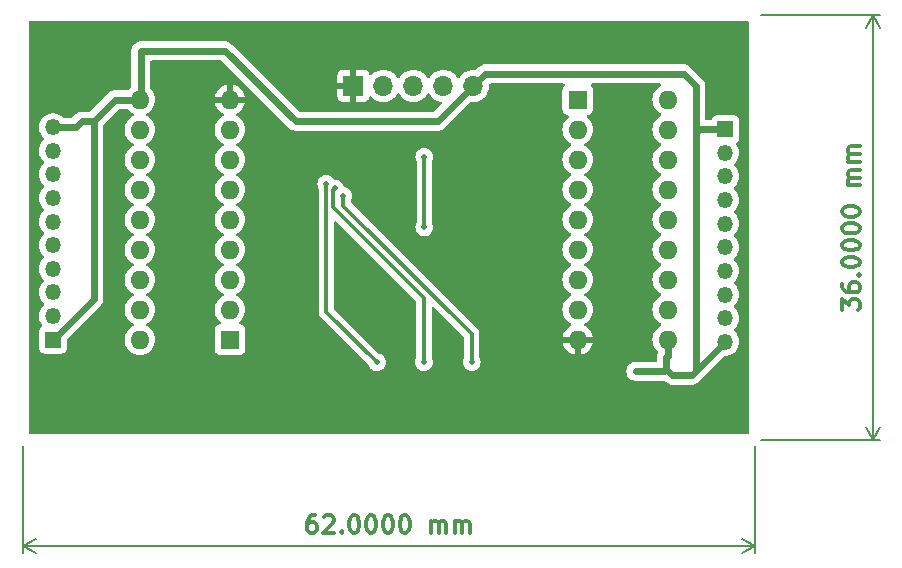
<source format=gbr>
%TF.GenerationSoftware,KiCad,Pcbnew,8.0.4*%
%TF.CreationDate,2024-10-03T18:10:01-05:00*%
%TF.ProjectId,Haptics PWM module,48617074-6963-4732-9050-574d206d6f64,rev?*%
%TF.SameCoordinates,Original*%
%TF.FileFunction,Copper,L2,Bot*%
%TF.FilePolarity,Positive*%
%FSLAX46Y46*%
G04 Gerber Fmt 4.6, Leading zero omitted, Abs format (unit mm)*
G04 Created by KiCad (PCBNEW 8.0.4) date 2024-10-03 18:10:01*
%MOMM*%
%LPD*%
G01*
G04 APERTURE LIST*
%ADD10C,0.300000*%
%TA.AperFunction,NonConductor*%
%ADD11C,0.300000*%
%TD*%
%TA.AperFunction,NonConductor*%
%ADD12C,0.200000*%
%TD*%
%TA.AperFunction,ComponentPad*%
%ADD13O,1.600000X1.600000*%
%TD*%
%TA.AperFunction,ComponentPad*%
%ADD14R,1.600000X1.600000*%
%TD*%
%TA.AperFunction,ComponentPad*%
%ADD15O,1.350000X1.350000*%
%TD*%
%TA.AperFunction,ComponentPad*%
%ADD16R,1.350000X1.350000*%
%TD*%
%TA.AperFunction,ComponentPad*%
%ADD17O,1.700000X1.700000*%
%TD*%
%TA.AperFunction,ComponentPad*%
%ADD18R,1.700000X1.700000*%
%TD*%
%TA.AperFunction,ViaPad*%
%ADD19C,0.500000*%
%TD*%
%TA.AperFunction,ViaPad*%
%ADD20C,0.600000*%
%TD*%
%TA.AperFunction,Conductor*%
%ADD21C,0.300000*%
%TD*%
%TA.AperFunction,Conductor*%
%ADD22C,0.600000*%
%TD*%
G04 APERTURE END LIST*
D10*
D11*
X94785716Y-95378327D02*
X94500001Y-95378327D01*
X94500001Y-95378327D02*
X94357144Y-95449756D01*
X94357144Y-95449756D02*
X94285716Y-95521184D01*
X94285716Y-95521184D02*
X94142858Y-95735470D01*
X94142858Y-95735470D02*
X94071430Y-96021184D01*
X94071430Y-96021184D02*
X94071430Y-96592613D01*
X94071430Y-96592613D02*
X94142858Y-96735470D01*
X94142858Y-96735470D02*
X94214287Y-96806899D01*
X94214287Y-96806899D02*
X94357144Y-96878327D01*
X94357144Y-96878327D02*
X94642858Y-96878327D01*
X94642858Y-96878327D02*
X94785716Y-96806899D01*
X94785716Y-96806899D02*
X94857144Y-96735470D01*
X94857144Y-96735470D02*
X94928573Y-96592613D01*
X94928573Y-96592613D02*
X94928573Y-96235470D01*
X94928573Y-96235470D02*
X94857144Y-96092613D01*
X94857144Y-96092613D02*
X94785716Y-96021184D01*
X94785716Y-96021184D02*
X94642858Y-95949756D01*
X94642858Y-95949756D02*
X94357144Y-95949756D01*
X94357144Y-95949756D02*
X94214287Y-96021184D01*
X94214287Y-96021184D02*
X94142858Y-96092613D01*
X94142858Y-96092613D02*
X94071430Y-96235470D01*
X95500001Y-95521184D02*
X95571429Y-95449756D01*
X95571429Y-95449756D02*
X95714287Y-95378327D01*
X95714287Y-95378327D02*
X96071429Y-95378327D01*
X96071429Y-95378327D02*
X96214287Y-95449756D01*
X96214287Y-95449756D02*
X96285715Y-95521184D01*
X96285715Y-95521184D02*
X96357144Y-95664041D01*
X96357144Y-95664041D02*
X96357144Y-95806899D01*
X96357144Y-95806899D02*
X96285715Y-96021184D01*
X96285715Y-96021184D02*
X95428572Y-96878327D01*
X95428572Y-96878327D02*
X96357144Y-96878327D01*
X97000000Y-96735470D02*
X97071429Y-96806899D01*
X97071429Y-96806899D02*
X97000000Y-96878327D01*
X97000000Y-96878327D02*
X96928572Y-96806899D01*
X96928572Y-96806899D02*
X97000000Y-96735470D01*
X97000000Y-96735470D02*
X97000000Y-96878327D01*
X98000001Y-95378327D02*
X98142858Y-95378327D01*
X98142858Y-95378327D02*
X98285715Y-95449756D01*
X98285715Y-95449756D02*
X98357144Y-95521184D01*
X98357144Y-95521184D02*
X98428572Y-95664041D01*
X98428572Y-95664041D02*
X98500001Y-95949756D01*
X98500001Y-95949756D02*
X98500001Y-96306899D01*
X98500001Y-96306899D02*
X98428572Y-96592613D01*
X98428572Y-96592613D02*
X98357144Y-96735470D01*
X98357144Y-96735470D02*
X98285715Y-96806899D01*
X98285715Y-96806899D02*
X98142858Y-96878327D01*
X98142858Y-96878327D02*
X98000001Y-96878327D01*
X98000001Y-96878327D02*
X97857144Y-96806899D01*
X97857144Y-96806899D02*
X97785715Y-96735470D01*
X97785715Y-96735470D02*
X97714286Y-96592613D01*
X97714286Y-96592613D02*
X97642858Y-96306899D01*
X97642858Y-96306899D02*
X97642858Y-95949756D01*
X97642858Y-95949756D02*
X97714286Y-95664041D01*
X97714286Y-95664041D02*
X97785715Y-95521184D01*
X97785715Y-95521184D02*
X97857144Y-95449756D01*
X97857144Y-95449756D02*
X98000001Y-95378327D01*
X99428572Y-95378327D02*
X99571429Y-95378327D01*
X99571429Y-95378327D02*
X99714286Y-95449756D01*
X99714286Y-95449756D02*
X99785715Y-95521184D01*
X99785715Y-95521184D02*
X99857143Y-95664041D01*
X99857143Y-95664041D02*
X99928572Y-95949756D01*
X99928572Y-95949756D02*
X99928572Y-96306899D01*
X99928572Y-96306899D02*
X99857143Y-96592613D01*
X99857143Y-96592613D02*
X99785715Y-96735470D01*
X99785715Y-96735470D02*
X99714286Y-96806899D01*
X99714286Y-96806899D02*
X99571429Y-96878327D01*
X99571429Y-96878327D02*
X99428572Y-96878327D01*
X99428572Y-96878327D02*
X99285715Y-96806899D01*
X99285715Y-96806899D02*
X99214286Y-96735470D01*
X99214286Y-96735470D02*
X99142857Y-96592613D01*
X99142857Y-96592613D02*
X99071429Y-96306899D01*
X99071429Y-96306899D02*
X99071429Y-95949756D01*
X99071429Y-95949756D02*
X99142857Y-95664041D01*
X99142857Y-95664041D02*
X99214286Y-95521184D01*
X99214286Y-95521184D02*
X99285715Y-95449756D01*
X99285715Y-95449756D02*
X99428572Y-95378327D01*
X100857143Y-95378327D02*
X101000000Y-95378327D01*
X101000000Y-95378327D02*
X101142857Y-95449756D01*
X101142857Y-95449756D02*
X101214286Y-95521184D01*
X101214286Y-95521184D02*
X101285714Y-95664041D01*
X101285714Y-95664041D02*
X101357143Y-95949756D01*
X101357143Y-95949756D02*
X101357143Y-96306899D01*
X101357143Y-96306899D02*
X101285714Y-96592613D01*
X101285714Y-96592613D02*
X101214286Y-96735470D01*
X101214286Y-96735470D02*
X101142857Y-96806899D01*
X101142857Y-96806899D02*
X101000000Y-96878327D01*
X101000000Y-96878327D02*
X100857143Y-96878327D01*
X100857143Y-96878327D02*
X100714286Y-96806899D01*
X100714286Y-96806899D02*
X100642857Y-96735470D01*
X100642857Y-96735470D02*
X100571428Y-96592613D01*
X100571428Y-96592613D02*
X100500000Y-96306899D01*
X100500000Y-96306899D02*
X100500000Y-95949756D01*
X100500000Y-95949756D02*
X100571428Y-95664041D01*
X100571428Y-95664041D02*
X100642857Y-95521184D01*
X100642857Y-95521184D02*
X100714286Y-95449756D01*
X100714286Y-95449756D02*
X100857143Y-95378327D01*
X102285714Y-95378327D02*
X102428571Y-95378327D01*
X102428571Y-95378327D02*
X102571428Y-95449756D01*
X102571428Y-95449756D02*
X102642857Y-95521184D01*
X102642857Y-95521184D02*
X102714285Y-95664041D01*
X102714285Y-95664041D02*
X102785714Y-95949756D01*
X102785714Y-95949756D02*
X102785714Y-96306899D01*
X102785714Y-96306899D02*
X102714285Y-96592613D01*
X102714285Y-96592613D02*
X102642857Y-96735470D01*
X102642857Y-96735470D02*
X102571428Y-96806899D01*
X102571428Y-96806899D02*
X102428571Y-96878327D01*
X102428571Y-96878327D02*
X102285714Y-96878327D01*
X102285714Y-96878327D02*
X102142857Y-96806899D01*
X102142857Y-96806899D02*
X102071428Y-96735470D01*
X102071428Y-96735470D02*
X101999999Y-96592613D01*
X101999999Y-96592613D02*
X101928571Y-96306899D01*
X101928571Y-96306899D02*
X101928571Y-95949756D01*
X101928571Y-95949756D02*
X101999999Y-95664041D01*
X101999999Y-95664041D02*
X102071428Y-95521184D01*
X102071428Y-95521184D02*
X102142857Y-95449756D01*
X102142857Y-95449756D02*
X102285714Y-95378327D01*
X104571427Y-96878327D02*
X104571427Y-95878327D01*
X104571427Y-96021184D02*
X104642856Y-95949756D01*
X104642856Y-95949756D02*
X104785713Y-95878327D01*
X104785713Y-95878327D02*
X104999999Y-95878327D01*
X104999999Y-95878327D02*
X105142856Y-95949756D01*
X105142856Y-95949756D02*
X105214285Y-96092613D01*
X105214285Y-96092613D02*
X105214285Y-96878327D01*
X105214285Y-96092613D02*
X105285713Y-95949756D01*
X105285713Y-95949756D02*
X105428570Y-95878327D01*
X105428570Y-95878327D02*
X105642856Y-95878327D01*
X105642856Y-95878327D02*
X105785713Y-95949756D01*
X105785713Y-95949756D02*
X105857142Y-96092613D01*
X105857142Y-96092613D02*
X105857142Y-96878327D01*
X106571427Y-96878327D02*
X106571427Y-95878327D01*
X106571427Y-96021184D02*
X106642856Y-95949756D01*
X106642856Y-95949756D02*
X106785713Y-95878327D01*
X106785713Y-95878327D02*
X106999999Y-95878327D01*
X106999999Y-95878327D02*
X107142856Y-95949756D01*
X107142856Y-95949756D02*
X107214285Y-96092613D01*
X107214285Y-96092613D02*
X107214285Y-96878327D01*
X107214285Y-96092613D02*
X107285713Y-95949756D01*
X107285713Y-95949756D02*
X107428570Y-95878327D01*
X107428570Y-95878327D02*
X107642856Y-95878327D01*
X107642856Y-95878327D02*
X107785713Y-95949756D01*
X107785713Y-95949756D02*
X107857142Y-96092613D01*
X107857142Y-96092613D02*
X107857142Y-96878327D01*
D12*
X70000000Y-89500000D02*
X70000000Y-98586419D01*
X132000000Y-89500000D02*
X132000000Y-98586419D01*
X70000000Y-97999999D02*
X132000000Y-97999999D01*
X70000000Y-97999999D02*
X132000000Y-97999999D01*
X70000000Y-97999999D02*
X71126504Y-97413578D01*
X70000000Y-97999999D02*
X71126504Y-98586420D01*
X132000000Y-97999999D02*
X130873496Y-98586420D01*
X132000000Y-97999999D02*
X130873496Y-97413578D01*
D10*
D11*
X139378328Y-77999998D02*
X139378328Y-77071426D01*
X139378328Y-77071426D02*
X139949757Y-77571426D01*
X139949757Y-77571426D02*
X139949757Y-77357141D01*
X139949757Y-77357141D02*
X140021185Y-77214284D01*
X140021185Y-77214284D02*
X140092614Y-77142855D01*
X140092614Y-77142855D02*
X140235471Y-77071426D01*
X140235471Y-77071426D02*
X140592614Y-77071426D01*
X140592614Y-77071426D02*
X140735471Y-77142855D01*
X140735471Y-77142855D02*
X140806900Y-77214284D01*
X140806900Y-77214284D02*
X140878328Y-77357141D01*
X140878328Y-77357141D02*
X140878328Y-77785712D01*
X140878328Y-77785712D02*
X140806900Y-77928569D01*
X140806900Y-77928569D02*
X140735471Y-77999998D01*
X139378328Y-75785713D02*
X139378328Y-76071427D01*
X139378328Y-76071427D02*
X139449757Y-76214284D01*
X139449757Y-76214284D02*
X139521185Y-76285713D01*
X139521185Y-76285713D02*
X139735471Y-76428570D01*
X139735471Y-76428570D02*
X140021185Y-76499998D01*
X140021185Y-76499998D02*
X140592614Y-76499998D01*
X140592614Y-76499998D02*
X140735471Y-76428570D01*
X140735471Y-76428570D02*
X140806900Y-76357141D01*
X140806900Y-76357141D02*
X140878328Y-76214284D01*
X140878328Y-76214284D02*
X140878328Y-75928570D01*
X140878328Y-75928570D02*
X140806900Y-75785713D01*
X140806900Y-75785713D02*
X140735471Y-75714284D01*
X140735471Y-75714284D02*
X140592614Y-75642855D01*
X140592614Y-75642855D02*
X140235471Y-75642855D01*
X140235471Y-75642855D02*
X140092614Y-75714284D01*
X140092614Y-75714284D02*
X140021185Y-75785713D01*
X140021185Y-75785713D02*
X139949757Y-75928570D01*
X139949757Y-75928570D02*
X139949757Y-76214284D01*
X139949757Y-76214284D02*
X140021185Y-76357141D01*
X140021185Y-76357141D02*
X140092614Y-76428570D01*
X140092614Y-76428570D02*
X140235471Y-76499998D01*
X140735471Y-74999999D02*
X140806900Y-74928570D01*
X140806900Y-74928570D02*
X140878328Y-74999999D01*
X140878328Y-74999999D02*
X140806900Y-75071427D01*
X140806900Y-75071427D02*
X140735471Y-74999999D01*
X140735471Y-74999999D02*
X140878328Y-74999999D01*
X139378328Y-73999998D02*
X139378328Y-73857141D01*
X139378328Y-73857141D02*
X139449757Y-73714284D01*
X139449757Y-73714284D02*
X139521185Y-73642856D01*
X139521185Y-73642856D02*
X139664042Y-73571427D01*
X139664042Y-73571427D02*
X139949757Y-73499998D01*
X139949757Y-73499998D02*
X140306900Y-73499998D01*
X140306900Y-73499998D02*
X140592614Y-73571427D01*
X140592614Y-73571427D02*
X140735471Y-73642856D01*
X140735471Y-73642856D02*
X140806900Y-73714284D01*
X140806900Y-73714284D02*
X140878328Y-73857141D01*
X140878328Y-73857141D02*
X140878328Y-73999998D01*
X140878328Y-73999998D02*
X140806900Y-74142856D01*
X140806900Y-74142856D02*
X140735471Y-74214284D01*
X140735471Y-74214284D02*
X140592614Y-74285713D01*
X140592614Y-74285713D02*
X140306900Y-74357141D01*
X140306900Y-74357141D02*
X139949757Y-74357141D01*
X139949757Y-74357141D02*
X139664042Y-74285713D01*
X139664042Y-74285713D02*
X139521185Y-74214284D01*
X139521185Y-74214284D02*
X139449757Y-74142856D01*
X139449757Y-74142856D02*
X139378328Y-73999998D01*
X139378328Y-72571427D02*
X139378328Y-72428570D01*
X139378328Y-72428570D02*
X139449757Y-72285713D01*
X139449757Y-72285713D02*
X139521185Y-72214285D01*
X139521185Y-72214285D02*
X139664042Y-72142856D01*
X139664042Y-72142856D02*
X139949757Y-72071427D01*
X139949757Y-72071427D02*
X140306900Y-72071427D01*
X140306900Y-72071427D02*
X140592614Y-72142856D01*
X140592614Y-72142856D02*
X140735471Y-72214285D01*
X140735471Y-72214285D02*
X140806900Y-72285713D01*
X140806900Y-72285713D02*
X140878328Y-72428570D01*
X140878328Y-72428570D02*
X140878328Y-72571427D01*
X140878328Y-72571427D02*
X140806900Y-72714285D01*
X140806900Y-72714285D02*
X140735471Y-72785713D01*
X140735471Y-72785713D02*
X140592614Y-72857142D01*
X140592614Y-72857142D02*
X140306900Y-72928570D01*
X140306900Y-72928570D02*
X139949757Y-72928570D01*
X139949757Y-72928570D02*
X139664042Y-72857142D01*
X139664042Y-72857142D02*
X139521185Y-72785713D01*
X139521185Y-72785713D02*
X139449757Y-72714285D01*
X139449757Y-72714285D02*
X139378328Y-72571427D01*
X139378328Y-71142856D02*
X139378328Y-70999999D01*
X139378328Y-70999999D02*
X139449757Y-70857142D01*
X139449757Y-70857142D02*
X139521185Y-70785714D01*
X139521185Y-70785714D02*
X139664042Y-70714285D01*
X139664042Y-70714285D02*
X139949757Y-70642856D01*
X139949757Y-70642856D02*
X140306900Y-70642856D01*
X140306900Y-70642856D02*
X140592614Y-70714285D01*
X140592614Y-70714285D02*
X140735471Y-70785714D01*
X140735471Y-70785714D02*
X140806900Y-70857142D01*
X140806900Y-70857142D02*
X140878328Y-70999999D01*
X140878328Y-70999999D02*
X140878328Y-71142856D01*
X140878328Y-71142856D02*
X140806900Y-71285714D01*
X140806900Y-71285714D02*
X140735471Y-71357142D01*
X140735471Y-71357142D02*
X140592614Y-71428571D01*
X140592614Y-71428571D02*
X140306900Y-71499999D01*
X140306900Y-71499999D02*
X139949757Y-71499999D01*
X139949757Y-71499999D02*
X139664042Y-71428571D01*
X139664042Y-71428571D02*
X139521185Y-71357142D01*
X139521185Y-71357142D02*
X139449757Y-71285714D01*
X139449757Y-71285714D02*
X139378328Y-71142856D01*
X139378328Y-69714285D02*
X139378328Y-69571428D01*
X139378328Y-69571428D02*
X139449757Y-69428571D01*
X139449757Y-69428571D02*
X139521185Y-69357143D01*
X139521185Y-69357143D02*
X139664042Y-69285714D01*
X139664042Y-69285714D02*
X139949757Y-69214285D01*
X139949757Y-69214285D02*
X140306900Y-69214285D01*
X140306900Y-69214285D02*
X140592614Y-69285714D01*
X140592614Y-69285714D02*
X140735471Y-69357143D01*
X140735471Y-69357143D02*
X140806900Y-69428571D01*
X140806900Y-69428571D02*
X140878328Y-69571428D01*
X140878328Y-69571428D02*
X140878328Y-69714285D01*
X140878328Y-69714285D02*
X140806900Y-69857143D01*
X140806900Y-69857143D02*
X140735471Y-69928571D01*
X140735471Y-69928571D02*
X140592614Y-70000000D01*
X140592614Y-70000000D02*
X140306900Y-70071428D01*
X140306900Y-70071428D02*
X139949757Y-70071428D01*
X139949757Y-70071428D02*
X139664042Y-70000000D01*
X139664042Y-70000000D02*
X139521185Y-69928571D01*
X139521185Y-69928571D02*
X139449757Y-69857143D01*
X139449757Y-69857143D02*
X139378328Y-69714285D01*
X140878328Y-67428572D02*
X139878328Y-67428572D01*
X140021185Y-67428572D02*
X139949757Y-67357143D01*
X139949757Y-67357143D02*
X139878328Y-67214286D01*
X139878328Y-67214286D02*
X139878328Y-67000000D01*
X139878328Y-67000000D02*
X139949757Y-66857143D01*
X139949757Y-66857143D02*
X140092614Y-66785715D01*
X140092614Y-66785715D02*
X140878328Y-66785715D01*
X140092614Y-66785715D02*
X139949757Y-66714286D01*
X139949757Y-66714286D02*
X139878328Y-66571429D01*
X139878328Y-66571429D02*
X139878328Y-66357143D01*
X139878328Y-66357143D02*
X139949757Y-66214286D01*
X139949757Y-66214286D02*
X140092614Y-66142857D01*
X140092614Y-66142857D02*
X140878328Y-66142857D01*
X140878328Y-65428572D02*
X139878328Y-65428572D01*
X140021185Y-65428572D02*
X139949757Y-65357143D01*
X139949757Y-65357143D02*
X139878328Y-65214286D01*
X139878328Y-65214286D02*
X139878328Y-65000000D01*
X139878328Y-65000000D02*
X139949757Y-64857143D01*
X139949757Y-64857143D02*
X140092614Y-64785715D01*
X140092614Y-64785715D02*
X140878328Y-64785715D01*
X140092614Y-64785715D02*
X139949757Y-64714286D01*
X139949757Y-64714286D02*
X139878328Y-64571429D01*
X139878328Y-64571429D02*
X139878328Y-64357143D01*
X139878328Y-64357143D02*
X139949757Y-64214286D01*
X139949757Y-64214286D02*
X140092614Y-64142857D01*
X140092614Y-64142857D02*
X140878328Y-64142857D01*
D12*
X132500000Y-89000000D02*
X142586420Y-89000000D01*
X132500000Y-53000000D02*
X142586420Y-53000000D01*
X142000000Y-89000000D02*
X142000000Y-53000000D01*
X142000000Y-89000000D02*
X142000000Y-53000000D01*
X142000000Y-89000000D02*
X141413579Y-87873496D01*
X142000000Y-89000000D02*
X142586421Y-87873496D01*
X142000000Y-53000000D02*
X142586421Y-54126504D01*
X142000000Y-53000000D02*
X141413579Y-54126504D01*
D13*
%TO.P,U2,18,O1*%
%TO.N,/M15*%
X124620000Y-60180000D03*
%TO.P,U2,17,O2*%
%TO.N,/M14*%
X124620000Y-62720000D03*
%TO.P,U2,16,O3*%
%TO.N,/M13*%
X124620000Y-65260000D03*
%TO.P,U2,15,O4*%
%TO.N,/M12*%
X124620000Y-67800000D03*
%TO.P,U2,14,O5*%
%TO.N,/M11*%
X124620000Y-70340000D03*
%TO.P,U2,13,O6*%
%TO.N,/M10*%
X124620000Y-72880000D03*
%TO.P,U2,12,O7*%
%TO.N,/M9*%
X124620000Y-75420000D03*
%TO.P,U2,11,O8*%
%TO.N,/M8*%
X124620000Y-77960000D03*
%TO.P,U2,10,COM*%
%TO.N,MCU_5V+*%
X124620000Y-80500000D03*
%TO.P,U2,9,GND*%
%TO.N,MCU_GND*%
X117000000Y-80500000D03*
%TO.P,U2,8,I8*%
%TO.N,/Signal8*%
X117000000Y-77960000D03*
%TO.P,U2,7,I7*%
%TO.N,/Signal9*%
X117000000Y-75420000D03*
%TO.P,U2,6,I6*%
%TO.N,/Signal10*%
X117000000Y-72880000D03*
%TO.P,U2,5,I5*%
%TO.N,/Signal11*%
X117000000Y-70340000D03*
%TO.P,U2,4,I4*%
%TO.N,/Signal12*%
X117000000Y-67800000D03*
%TO.P,U2,3,I3*%
%TO.N,/Signal13*%
X117000000Y-65260000D03*
%TO.P,U2,2,I2*%
%TO.N,/Signal14*%
X117000000Y-62720000D03*
D14*
%TO.P,U2,1,I1*%
%TO.N,/Signal15*%
X117000000Y-60180000D03*
%TD*%
D13*
%TO.P,U1,18,O1*%
%TO.N,/M7*%
X79930000Y-80500000D03*
%TO.P,U1,17,O2*%
%TO.N,/M6*%
X79930000Y-77960000D03*
%TO.P,U1,16,O3*%
%TO.N,/M5*%
X79930000Y-75420000D03*
%TO.P,U1,15,O4*%
%TO.N,/M4*%
X79930000Y-72880000D03*
%TO.P,U1,14,O5*%
%TO.N,/M3*%
X79930000Y-70340000D03*
%TO.P,U1,13,O6*%
%TO.N,/M2*%
X79930000Y-67800000D03*
%TO.P,U1,12,O7*%
%TO.N,/M1*%
X79930000Y-65260000D03*
%TO.P,U1,11,O8*%
%TO.N,/M0*%
X79930000Y-62720000D03*
%TO.P,U1,10,COM*%
%TO.N,MCU_5V+*%
X79930000Y-60180000D03*
%TO.P,U1,9,GND*%
%TO.N,MCU_GND*%
X87550000Y-60180000D03*
%TO.P,U1,8,I8*%
%TO.N,/Signal0*%
X87550000Y-62720000D03*
%TO.P,U1,7,I7*%
%TO.N,/Signal1*%
X87550000Y-65260000D03*
%TO.P,U1,6,I6*%
%TO.N,/Signal2*%
X87550000Y-67800000D03*
%TO.P,U1,5,I5*%
%TO.N,/Signal3*%
X87550000Y-70340000D03*
%TO.P,U1,4,I4*%
%TO.N,/Signal4*%
X87550000Y-72880000D03*
%TO.P,U1,3,I3*%
%TO.N,/Signal5*%
X87550000Y-75420000D03*
%TO.P,U1,2,I2*%
%TO.N,/Signal6*%
X87550000Y-77960000D03*
D14*
%TO.P,U1,1,I1*%
%TO.N,/Signal7*%
X87550000Y-80500000D03*
%TD*%
D15*
%TO.P,J3,10,Pin_10*%
%TO.N,MCU_5V+*%
X129500000Y-80680000D03*
%TO.P,J3,9,Pin_9*%
%TO.N,/M8*%
X129500000Y-78680000D03*
%TO.P,J3,8,Pin_8*%
%TO.N,/M9*%
X129500000Y-76680000D03*
%TO.P,J3,7,Pin_7*%
%TO.N,/M10*%
X129500000Y-74680000D03*
%TO.P,J3,6,Pin_6*%
%TO.N,/M11*%
X129500000Y-72680000D03*
%TO.P,J3,5,Pin_5*%
%TO.N,/M12*%
X129500000Y-70680000D03*
%TO.P,J3,4,Pin_4*%
%TO.N,/M13*%
X129500000Y-68680000D03*
%TO.P,J3,3,Pin_3*%
%TO.N,/M14*%
X129500000Y-66680000D03*
%TO.P,J3,2,Pin_2*%
%TO.N,/M15*%
X129500000Y-64680000D03*
D16*
%TO.P,J3,1,Pin_1*%
%TO.N,MCU_5V+*%
X129500000Y-62680000D03*
%TD*%
%TO.P,J2,1,Pin_1*%
%TO.N,MCU_5V+*%
X72550000Y-80500000D03*
D15*
%TO.P,J2,2,Pin_2*%
%TO.N,/M7*%
X72550000Y-78500000D03*
%TO.P,J2,3,Pin_3*%
%TO.N,/M6*%
X72550000Y-76500000D03*
%TO.P,J2,4,Pin_4*%
%TO.N,/M5*%
X72550000Y-74500000D03*
%TO.P,J2,5,Pin_5*%
%TO.N,/M4*%
X72550000Y-72500000D03*
%TO.P,J2,6,Pin_6*%
%TO.N,/M3*%
X72550000Y-70500000D03*
%TO.P,J2,7,Pin_7*%
%TO.N,/M2*%
X72550000Y-68500000D03*
%TO.P,J2,8,Pin_8*%
%TO.N,/M1*%
X72550000Y-66500000D03*
%TO.P,J2,9,Pin_9*%
%TO.N,/M0*%
X72550000Y-64500000D03*
%TO.P,J2,10,Pin_10*%
%TO.N,MCU_5V+*%
X72550000Y-62500000D03*
%TD*%
D17*
%TO.P,J1,5,Pin_5*%
%TO.N,MCU_5V+*%
X108160000Y-59000000D03*
%TO.P,J1,4,Pin_4*%
%TO.N,MCU_3V3+*%
X105620000Y-59000000D03*
%TO.P,J1,3,Pin_3*%
%TO.N,MCU_SCL*%
X103080000Y-59000000D03*
%TO.P,J1,2,Pin_2*%
%TO.N,MCU_SDA*%
X100540000Y-59000000D03*
D18*
%TO.P,J1,1,Pin_1*%
%TO.N,MCU_GND*%
X98000000Y-59000000D03*
%TD*%
D19*
%TO.N,Net-(U3-A5)*%
X104000000Y-65000000D03*
X104000000Y-71000000D03*
%TO.N,Net-(A0-A)*%
X100000000Y-82421432D03*
X95700000Y-67300000D03*
%TO.N,Net-(A1-A)*%
X103971590Y-82421432D03*
X96457830Y-67700000D03*
%TO.N,Net-(A2-A)*%
X108019141Y-82388878D03*
X97157818Y-68300000D03*
D20*
%TO.N,MCU_GND*%
X108055514Y-68055514D03*
%TD*%
D21*
%TO.N,Net-(U3-A5)*%
X104000000Y-71000000D02*
X104000000Y-65000000D01*
%TO.N,Net-(A0-A)*%
X95700000Y-67300000D02*
X95700000Y-78121432D01*
X95700000Y-78121432D02*
X100000000Y-82421432D01*
%TO.N,Net-(A2-A)*%
X108019141Y-80019141D02*
X108019141Y-82388878D01*
X97157818Y-69157818D02*
X108019141Y-80019141D01*
X97157818Y-68300000D02*
X97157818Y-69157818D01*
%TO.N,Net-(A1-A)*%
X103971590Y-76971590D02*
X103971590Y-82421432D01*
X96300000Y-67857830D02*
X96300000Y-69300000D01*
X96457830Y-67700000D02*
X96300000Y-67857830D01*
X96300000Y-69300000D02*
X103971590Y-76971590D01*
D22*
%TO.N,MCU_5V+*%
X127000000Y-59000000D02*
X127000000Y-63000000D01*
X126000000Y-58000000D02*
X127000000Y-59000000D01*
X108160000Y-59000000D02*
X109160000Y-58000000D01*
X109160000Y-58000000D02*
X126000000Y-58000000D01*
X105160000Y-62000000D02*
X108160000Y-59000000D01*
X93105635Y-62000000D02*
X105160000Y-62000000D01*
X87160635Y-56055000D02*
X93105635Y-62000000D01*
X80000000Y-60110000D02*
X80000000Y-56055000D01*
X80000000Y-56055000D02*
X87160635Y-56055000D01*
X79930000Y-60180000D02*
X80000000Y-60110000D01*
X77820000Y-60180000D02*
X79930000Y-60180000D01*
X76000000Y-62000000D02*
X77820000Y-60180000D01*
X74500000Y-62500000D02*
X72550000Y-62500000D01*
X76000000Y-62000000D02*
X75000000Y-62000000D01*
X76000000Y-77050000D02*
X76000000Y-62000000D01*
X75000000Y-62000000D02*
X74500000Y-62500000D01*
X72550000Y-80500000D02*
X76000000Y-77050000D01*
X127000000Y-63000000D02*
X127000000Y-83180000D01*
X127000000Y-83180000D02*
X126680000Y-83500000D01*
X127320000Y-62680000D02*
X127000000Y-63000000D01*
X129500000Y-62680000D02*
X127320000Y-62680000D01*
X126680000Y-83500000D02*
X129500000Y-80680000D01*
X125000000Y-83500000D02*
X126680000Y-83500000D01*
X124500000Y-83000000D02*
X125000000Y-83500000D01*
X124320000Y-83180000D02*
X124500000Y-83000000D01*
X124500000Y-82000000D02*
X124620000Y-81880000D01*
X121900000Y-83180000D02*
X124320000Y-83180000D01*
X124500000Y-83000000D02*
X124500000Y-82000000D01*
X124620000Y-81880000D02*
X124620000Y-80500000D01*
%TD*%
%TA.AperFunction,Conductor*%
%TO.N,MCU_GND*%
G36*
X131442539Y-53520185D02*
G01*
X131488294Y-53572989D01*
X131499500Y-53624500D01*
X131499500Y-88375500D01*
X131479815Y-88442539D01*
X131427011Y-88488294D01*
X131375500Y-88499500D01*
X70624500Y-88499500D01*
X70557461Y-88479815D01*
X70511706Y-88427011D01*
X70500500Y-88375500D01*
X70500500Y-62499999D01*
X71369464Y-62499999D01*
X71369464Y-62500000D01*
X71389564Y-62716918D01*
X71389564Y-62716920D01*
X71389565Y-62716923D01*
X71413345Y-62800500D01*
X71449184Y-62926462D01*
X71546288Y-63121472D01*
X71677574Y-63295324D01*
X71801572Y-63408363D01*
X71837854Y-63468074D01*
X71836093Y-63537922D01*
X71801572Y-63591637D01*
X71677574Y-63704675D01*
X71546288Y-63878527D01*
X71449184Y-64073537D01*
X71433281Y-64129431D01*
X71395083Y-64263685D01*
X71389564Y-64283081D01*
X71369464Y-64499999D01*
X71369464Y-64500000D01*
X71389564Y-64716918D01*
X71389564Y-64716920D01*
X71389565Y-64716923D01*
X71422291Y-64831943D01*
X71449184Y-64926462D01*
X71546288Y-65121472D01*
X71677574Y-65295324D01*
X71801572Y-65408363D01*
X71837854Y-65468074D01*
X71836093Y-65537922D01*
X71801572Y-65591637D01*
X71677574Y-65704675D01*
X71546288Y-65878527D01*
X71449184Y-66073537D01*
X71389564Y-66283081D01*
X71369464Y-66499999D01*
X71369464Y-66500000D01*
X71389564Y-66716918D01*
X71389564Y-66716920D01*
X71389565Y-66716923D01*
X71438452Y-66888742D01*
X71449184Y-66926462D01*
X71546288Y-67121472D01*
X71677574Y-67295324D01*
X71801572Y-67408363D01*
X71837854Y-67468074D01*
X71836093Y-67537922D01*
X71801572Y-67591637D01*
X71677574Y-67704675D01*
X71546288Y-67878527D01*
X71449184Y-68073537D01*
X71449183Y-68073541D01*
X71399976Y-68246488D01*
X71389564Y-68283081D01*
X71369464Y-68499999D01*
X71369464Y-68500000D01*
X71389564Y-68716918D01*
X71389564Y-68716920D01*
X71389565Y-68716923D01*
X71440778Y-68896918D01*
X71449184Y-68926462D01*
X71546288Y-69121472D01*
X71677574Y-69295324D01*
X71801572Y-69408363D01*
X71837854Y-69468074D01*
X71836093Y-69537922D01*
X71801572Y-69591637D01*
X71677574Y-69704675D01*
X71546288Y-69878527D01*
X71449184Y-70073537D01*
X71389564Y-70283081D01*
X71369464Y-70499999D01*
X71369464Y-70500000D01*
X71389564Y-70716918D01*
X71389564Y-70716920D01*
X71389565Y-70716923D01*
X71422291Y-70831943D01*
X71449184Y-70926462D01*
X71546288Y-71121472D01*
X71677574Y-71295324D01*
X71801572Y-71408363D01*
X71837854Y-71468074D01*
X71836093Y-71537922D01*
X71801572Y-71591637D01*
X71677574Y-71704675D01*
X71546288Y-71878527D01*
X71449184Y-72073537D01*
X71389564Y-72283081D01*
X71369464Y-72499999D01*
X71369464Y-72500000D01*
X71389564Y-72716918D01*
X71389564Y-72716920D01*
X71389565Y-72716923D01*
X71435965Y-72880001D01*
X71449184Y-72926462D01*
X71546288Y-73121472D01*
X71677574Y-73295324D01*
X71801572Y-73408363D01*
X71837854Y-73468074D01*
X71836093Y-73537922D01*
X71801572Y-73591637D01*
X71677574Y-73704675D01*
X71546288Y-73878527D01*
X71449184Y-74073537D01*
X71389564Y-74283081D01*
X71369464Y-74499999D01*
X71369464Y-74500000D01*
X71389564Y-74716918D01*
X71449184Y-74926462D01*
X71546288Y-75121472D01*
X71677574Y-75295324D01*
X71801572Y-75408363D01*
X71837854Y-75468074D01*
X71836093Y-75537922D01*
X71801572Y-75591637D01*
X71677574Y-75704675D01*
X71546288Y-75878527D01*
X71449184Y-76073537D01*
X71389564Y-76283081D01*
X71369464Y-76499999D01*
X71369464Y-76500000D01*
X71389564Y-76716918D01*
X71389564Y-76716920D01*
X71389565Y-76716923D01*
X71440778Y-76896918D01*
X71449184Y-76926462D01*
X71546288Y-77121472D01*
X71677574Y-77295324D01*
X71801572Y-77408363D01*
X71837854Y-77468074D01*
X71836093Y-77537922D01*
X71801572Y-77591637D01*
X71677574Y-77704675D01*
X71546288Y-77878527D01*
X71449184Y-78073537D01*
X71389564Y-78283081D01*
X71369464Y-78499999D01*
X71369464Y-78500000D01*
X71389564Y-78716918D01*
X71389564Y-78716920D01*
X71389565Y-78716923D01*
X71412958Y-78799141D01*
X71449184Y-78926462D01*
X71546288Y-79121472D01*
X71627747Y-79229341D01*
X71652439Y-79294702D01*
X71637874Y-79363037D01*
X71603105Y-79403334D01*
X71517452Y-79467455D01*
X71431206Y-79582664D01*
X71431202Y-79582671D01*
X71380908Y-79717517D01*
X71374501Y-79777116D01*
X71374500Y-79777135D01*
X71374500Y-81222870D01*
X71374501Y-81222876D01*
X71380908Y-81282483D01*
X71431202Y-81417328D01*
X71431206Y-81417335D01*
X71517452Y-81532544D01*
X71517455Y-81532547D01*
X71632664Y-81618793D01*
X71632671Y-81618797D01*
X71767517Y-81669091D01*
X71767516Y-81669091D01*
X71774444Y-81669835D01*
X71827127Y-81675500D01*
X73272872Y-81675499D01*
X73332483Y-81669091D01*
X73467331Y-81618796D01*
X73582546Y-81532546D01*
X73668796Y-81417331D01*
X73719091Y-81282483D01*
X73725500Y-81222873D01*
X73725499Y-80507938D01*
X73745183Y-80440900D01*
X73761813Y-80420263D01*
X76621789Y-77560289D01*
X76709394Y-77429179D01*
X76769737Y-77283497D01*
X76800500Y-77128842D01*
X76800500Y-76971157D01*
X76800500Y-62382940D01*
X76820185Y-62315901D01*
X76836819Y-62295259D01*
X78115259Y-61016819D01*
X78176582Y-60983334D01*
X78202940Y-60980500D01*
X78839951Y-60980500D01*
X78906990Y-61000185D01*
X78927632Y-61016819D01*
X79090858Y-61180045D01*
X79090861Y-61180047D01*
X79277266Y-61310568D01*
X79335275Y-61337618D01*
X79387714Y-61383791D01*
X79406866Y-61450984D01*
X79386650Y-61517865D01*
X79335275Y-61562382D01*
X79277267Y-61589431D01*
X79277265Y-61589432D01*
X79090858Y-61719954D01*
X78929954Y-61880858D01*
X78799432Y-62067265D01*
X78799431Y-62067267D01*
X78703261Y-62273502D01*
X78703258Y-62273511D01*
X78644366Y-62493302D01*
X78644364Y-62493313D01*
X78624532Y-62719998D01*
X78624532Y-62720001D01*
X78644364Y-62946686D01*
X78644366Y-62946697D01*
X78703258Y-63166488D01*
X78703261Y-63166497D01*
X78799431Y-63372732D01*
X78799432Y-63372734D01*
X78929954Y-63559141D01*
X79090858Y-63720045D01*
X79090861Y-63720047D01*
X79277266Y-63850568D01*
X79335275Y-63877618D01*
X79387714Y-63923791D01*
X79406866Y-63990984D01*
X79386650Y-64057865D01*
X79335275Y-64102382D01*
X79277267Y-64129431D01*
X79277265Y-64129432D01*
X79090858Y-64259954D01*
X78929954Y-64420858D01*
X78799432Y-64607265D01*
X78799431Y-64607267D01*
X78703261Y-64813502D01*
X78703258Y-64813511D01*
X78644366Y-65033302D01*
X78644364Y-65033313D01*
X78624532Y-65259998D01*
X78624532Y-65260001D01*
X78644364Y-65486686D01*
X78644366Y-65486697D01*
X78703258Y-65706488D01*
X78703261Y-65706497D01*
X78799431Y-65912732D01*
X78799432Y-65912734D01*
X78929954Y-66099141D01*
X79090858Y-66260045D01*
X79090861Y-66260047D01*
X79277266Y-66390568D01*
X79335275Y-66417618D01*
X79387714Y-66463791D01*
X79406866Y-66530984D01*
X79386650Y-66597865D01*
X79335275Y-66642382D01*
X79277267Y-66669431D01*
X79277265Y-66669432D01*
X79090858Y-66799954D01*
X78929954Y-66960858D01*
X78799432Y-67147265D01*
X78799431Y-67147267D01*
X78703261Y-67353502D01*
X78703258Y-67353511D01*
X78644366Y-67573302D01*
X78644364Y-67573313D01*
X78624532Y-67799998D01*
X78624532Y-67800001D01*
X78644364Y-68026686D01*
X78644366Y-68026697D01*
X78703258Y-68246488D01*
X78703261Y-68246497D01*
X78799431Y-68452732D01*
X78799432Y-68452734D01*
X78929954Y-68639141D01*
X79090858Y-68800045D01*
X79090861Y-68800047D01*
X79277266Y-68930568D01*
X79335275Y-68957618D01*
X79387714Y-69003791D01*
X79406866Y-69070984D01*
X79386650Y-69137865D01*
X79335275Y-69182382D01*
X79277267Y-69209431D01*
X79277265Y-69209432D01*
X79090858Y-69339954D01*
X78929954Y-69500858D01*
X78799432Y-69687265D01*
X78799431Y-69687267D01*
X78703261Y-69893502D01*
X78703258Y-69893511D01*
X78644366Y-70113302D01*
X78644364Y-70113313D01*
X78624532Y-70339998D01*
X78624532Y-70340001D01*
X78644364Y-70566686D01*
X78644366Y-70566697D01*
X78703258Y-70786488D01*
X78703261Y-70786497D01*
X78799431Y-70992732D01*
X78799432Y-70992734D01*
X78929954Y-71179141D01*
X79090858Y-71340045D01*
X79090861Y-71340047D01*
X79277266Y-71470568D01*
X79335275Y-71497618D01*
X79387714Y-71543791D01*
X79406866Y-71610984D01*
X79386650Y-71677865D01*
X79335275Y-71722382D01*
X79277267Y-71749431D01*
X79277265Y-71749432D01*
X79090858Y-71879954D01*
X78929954Y-72040858D01*
X78799432Y-72227265D01*
X78799431Y-72227267D01*
X78703261Y-72433502D01*
X78703258Y-72433511D01*
X78644366Y-72653302D01*
X78644364Y-72653313D01*
X78624532Y-72879998D01*
X78624532Y-72880001D01*
X78644364Y-73106686D01*
X78644366Y-73106697D01*
X78703258Y-73326488D01*
X78703261Y-73326497D01*
X78799431Y-73532732D01*
X78799432Y-73532734D01*
X78929954Y-73719141D01*
X79090858Y-73880045D01*
X79097475Y-73884678D01*
X79277266Y-74010568D01*
X79335275Y-74037618D01*
X79387714Y-74083791D01*
X79406866Y-74150984D01*
X79386650Y-74217865D01*
X79335275Y-74262382D01*
X79277267Y-74289431D01*
X79277265Y-74289432D01*
X79090858Y-74419954D01*
X78929954Y-74580858D01*
X78799432Y-74767265D01*
X78799431Y-74767267D01*
X78703261Y-74973502D01*
X78703258Y-74973511D01*
X78644366Y-75193302D01*
X78644364Y-75193313D01*
X78624532Y-75419998D01*
X78624532Y-75420001D01*
X78644364Y-75646686D01*
X78644366Y-75646697D01*
X78703258Y-75866488D01*
X78703261Y-75866497D01*
X78799431Y-76072732D01*
X78799432Y-76072734D01*
X78929954Y-76259141D01*
X79090858Y-76420045D01*
X79090861Y-76420047D01*
X79277266Y-76550568D01*
X79335275Y-76577618D01*
X79387714Y-76623791D01*
X79406866Y-76690984D01*
X79386650Y-76757865D01*
X79335275Y-76802382D01*
X79277267Y-76829431D01*
X79277265Y-76829432D01*
X79090858Y-76959954D01*
X78929954Y-77120858D01*
X78799432Y-77307265D01*
X78799431Y-77307267D01*
X78703261Y-77513502D01*
X78703258Y-77513511D01*
X78644366Y-77733302D01*
X78644364Y-77733313D01*
X78624532Y-77959998D01*
X78624532Y-77960001D01*
X78644364Y-78186686D01*
X78644366Y-78186697D01*
X78703258Y-78406488D01*
X78703261Y-78406497D01*
X78799431Y-78612732D01*
X78799432Y-78612734D01*
X78929954Y-78799141D01*
X79090858Y-78960045D01*
X79130914Y-78988092D01*
X79277266Y-79090568D01*
X79311351Y-79106462D01*
X79335275Y-79117618D01*
X79387714Y-79163791D01*
X79406866Y-79230984D01*
X79386650Y-79297865D01*
X79335275Y-79342381D01*
X79318272Y-79350310D01*
X79277267Y-79369431D01*
X79277265Y-79369432D01*
X79090858Y-79499954D01*
X78929954Y-79660858D01*
X78799432Y-79847265D01*
X78799431Y-79847267D01*
X78703261Y-80053502D01*
X78703258Y-80053511D01*
X78644366Y-80273302D01*
X78644364Y-80273313D01*
X78624532Y-80499998D01*
X78624532Y-80500001D01*
X78644364Y-80726686D01*
X78644366Y-80726697D01*
X78703258Y-80946488D01*
X78703261Y-80946497D01*
X78799431Y-81152732D01*
X78799432Y-81152734D01*
X78929954Y-81339141D01*
X79090858Y-81500045D01*
X79090861Y-81500047D01*
X79277266Y-81630568D01*
X79483504Y-81726739D01*
X79483509Y-81726740D01*
X79483511Y-81726741D01*
X79536415Y-81740916D01*
X79703308Y-81785635D01*
X79865230Y-81799801D01*
X79929998Y-81805468D01*
X79930000Y-81805468D01*
X79930002Y-81805468D01*
X79986807Y-81800498D01*
X80156692Y-81785635D01*
X80376496Y-81726739D01*
X80582734Y-81630568D01*
X80769139Y-81500047D01*
X80930047Y-81339139D01*
X81060568Y-81152734D01*
X81156739Y-80946496D01*
X81215635Y-80726692D01*
X81235468Y-80500000D01*
X81215635Y-80273308D01*
X81156739Y-80053504D01*
X81060568Y-79847266D01*
X80930047Y-79660861D01*
X80930045Y-79660858D01*
X80769141Y-79499954D01*
X80582734Y-79369432D01*
X80582728Y-79369429D01*
X80555038Y-79356517D01*
X80524724Y-79342381D01*
X80472285Y-79296210D01*
X80453133Y-79229017D01*
X80473348Y-79162135D01*
X80524725Y-79117618D01*
X80582734Y-79090568D01*
X80769139Y-78960047D01*
X80930047Y-78799139D01*
X81060568Y-78612734D01*
X81156739Y-78406496D01*
X81215635Y-78186692D01*
X81235468Y-77960000D01*
X81215635Y-77733308D01*
X81156739Y-77513504D01*
X81060568Y-77307266D01*
X80930047Y-77120861D01*
X80930045Y-77120858D01*
X80769141Y-76959954D01*
X80582734Y-76829432D01*
X80582728Y-76829429D01*
X80524725Y-76802382D01*
X80472285Y-76756210D01*
X80453133Y-76689017D01*
X80473348Y-76622135D01*
X80524725Y-76577618D01*
X80582734Y-76550568D01*
X80769139Y-76420047D01*
X80930047Y-76259139D01*
X81060568Y-76072734D01*
X81156739Y-75866496D01*
X81215635Y-75646692D01*
X81235468Y-75420000D01*
X81215635Y-75193308D01*
X81156739Y-74973504D01*
X81060568Y-74767266D01*
X80930047Y-74580861D01*
X80930045Y-74580858D01*
X80769141Y-74419954D01*
X80582734Y-74289432D01*
X80582728Y-74289429D01*
X80524725Y-74262382D01*
X80472285Y-74216210D01*
X80453133Y-74149017D01*
X80473348Y-74082135D01*
X80524725Y-74037618D01*
X80582734Y-74010568D01*
X80769139Y-73880047D01*
X80930047Y-73719139D01*
X81060568Y-73532734D01*
X81156739Y-73326496D01*
X81215635Y-73106692D01*
X81235468Y-72880000D01*
X81215635Y-72653308D01*
X81156739Y-72433504D01*
X81060568Y-72227266D01*
X80952927Y-72073537D01*
X80930045Y-72040858D01*
X80769141Y-71879954D01*
X80582734Y-71749432D01*
X80582728Y-71749429D01*
X80524725Y-71722382D01*
X80472285Y-71676210D01*
X80453133Y-71609017D01*
X80473348Y-71542135D01*
X80524725Y-71497618D01*
X80582734Y-71470568D01*
X80769139Y-71340047D01*
X80930047Y-71179139D01*
X81060568Y-70992734D01*
X81156739Y-70786496D01*
X81215635Y-70566692D01*
X81235468Y-70340000D01*
X81215635Y-70113308D01*
X81156739Y-69893504D01*
X81060568Y-69687266D01*
X80930047Y-69500861D01*
X80930045Y-69500858D01*
X80769141Y-69339954D01*
X80582734Y-69209432D01*
X80582728Y-69209429D01*
X80524725Y-69182382D01*
X80472285Y-69136210D01*
X80453133Y-69069017D01*
X80473348Y-69002135D01*
X80524725Y-68957618D01*
X80582734Y-68930568D01*
X80769139Y-68800047D01*
X80930047Y-68639139D01*
X81060568Y-68452734D01*
X81156739Y-68246496D01*
X81215635Y-68026692D01*
X81235468Y-67800000D01*
X81215635Y-67573308D01*
X81156739Y-67353504D01*
X81060568Y-67147266D01*
X80930047Y-66960861D01*
X80930045Y-66960858D01*
X80769141Y-66799954D01*
X80582734Y-66669432D01*
X80582728Y-66669429D01*
X80524725Y-66642382D01*
X80472285Y-66596210D01*
X80453133Y-66529017D01*
X80473348Y-66462135D01*
X80524725Y-66417618D01*
X80582734Y-66390568D01*
X80769139Y-66260047D01*
X80930047Y-66099139D01*
X81060568Y-65912734D01*
X81156739Y-65706496D01*
X81215635Y-65486692D01*
X81235468Y-65260000D01*
X81215635Y-65033308D01*
X81156739Y-64813504D01*
X81060568Y-64607266D01*
X80962839Y-64467693D01*
X80930045Y-64420858D01*
X80769141Y-64259954D01*
X80582734Y-64129432D01*
X80582728Y-64129429D01*
X80524725Y-64102382D01*
X80472285Y-64056210D01*
X80453133Y-63989017D01*
X80473348Y-63922135D01*
X80524725Y-63877618D01*
X80582734Y-63850568D01*
X80769139Y-63720047D01*
X80930047Y-63559139D01*
X81060568Y-63372734D01*
X81156739Y-63166496D01*
X81215635Y-62946692D01*
X81235468Y-62720000D01*
X81235468Y-62719998D01*
X86244532Y-62719998D01*
X86244532Y-62720001D01*
X86264364Y-62946686D01*
X86264366Y-62946697D01*
X86323258Y-63166488D01*
X86323261Y-63166497D01*
X86419431Y-63372732D01*
X86419432Y-63372734D01*
X86549954Y-63559141D01*
X86710858Y-63720045D01*
X86710861Y-63720047D01*
X86897266Y-63850568D01*
X86955275Y-63877618D01*
X87007714Y-63923791D01*
X87026866Y-63990984D01*
X87006650Y-64057865D01*
X86955275Y-64102382D01*
X86897267Y-64129431D01*
X86897265Y-64129432D01*
X86710858Y-64259954D01*
X86549954Y-64420858D01*
X86419432Y-64607265D01*
X86419431Y-64607267D01*
X86323261Y-64813502D01*
X86323258Y-64813511D01*
X86264366Y-65033302D01*
X86264364Y-65033313D01*
X86244532Y-65259998D01*
X86244532Y-65260001D01*
X86264364Y-65486686D01*
X86264366Y-65486697D01*
X86323258Y-65706488D01*
X86323261Y-65706497D01*
X86419431Y-65912732D01*
X86419432Y-65912734D01*
X86549954Y-66099141D01*
X86710858Y-66260045D01*
X86710861Y-66260047D01*
X86897266Y-66390568D01*
X86955275Y-66417618D01*
X87007714Y-66463791D01*
X87026866Y-66530984D01*
X87006650Y-66597865D01*
X86955275Y-66642382D01*
X86897267Y-66669431D01*
X86897265Y-66669432D01*
X86710858Y-66799954D01*
X86549954Y-66960858D01*
X86419432Y-67147265D01*
X86419431Y-67147267D01*
X86323261Y-67353502D01*
X86323258Y-67353511D01*
X86264366Y-67573302D01*
X86264364Y-67573313D01*
X86244532Y-67799998D01*
X86244532Y-67800001D01*
X86264364Y-68026686D01*
X86264366Y-68026697D01*
X86323258Y-68246488D01*
X86323261Y-68246497D01*
X86419431Y-68452732D01*
X86419432Y-68452734D01*
X86549954Y-68639141D01*
X86710858Y-68800045D01*
X86710861Y-68800047D01*
X86897266Y-68930568D01*
X86955275Y-68957618D01*
X87007714Y-69003791D01*
X87026866Y-69070984D01*
X87006650Y-69137865D01*
X86955275Y-69182382D01*
X86897267Y-69209431D01*
X86897265Y-69209432D01*
X86710858Y-69339954D01*
X86549954Y-69500858D01*
X86419432Y-69687265D01*
X86419431Y-69687267D01*
X86323261Y-69893502D01*
X86323258Y-69893511D01*
X86264366Y-70113302D01*
X86264364Y-70113313D01*
X86244532Y-70339998D01*
X86244532Y-70340001D01*
X86264364Y-70566686D01*
X86264366Y-70566697D01*
X86323258Y-70786488D01*
X86323261Y-70786497D01*
X86419431Y-70992732D01*
X86419432Y-70992734D01*
X86549954Y-71179141D01*
X86710858Y-71340045D01*
X86710861Y-71340047D01*
X86897266Y-71470568D01*
X86955275Y-71497618D01*
X87007714Y-71543791D01*
X87026866Y-71610984D01*
X87006650Y-71677865D01*
X86955275Y-71722382D01*
X86897267Y-71749431D01*
X86897265Y-71749432D01*
X86710858Y-71879954D01*
X86549954Y-72040858D01*
X86419432Y-72227265D01*
X86419431Y-72227267D01*
X86323261Y-72433502D01*
X86323258Y-72433511D01*
X86264366Y-72653302D01*
X86264364Y-72653313D01*
X86244532Y-72879998D01*
X86244532Y-72880001D01*
X86264364Y-73106686D01*
X86264366Y-73106697D01*
X86323258Y-73326488D01*
X86323261Y-73326497D01*
X86419431Y-73532732D01*
X86419432Y-73532734D01*
X86549954Y-73719141D01*
X86710858Y-73880045D01*
X86717475Y-73884678D01*
X86897266Y-74010568D01*
X86955275Y-74037618D01*
X87007714Y-74083791D01*
X87026866Y-74150984D01*
X87006650Y-74217865D01*
X86955275Y-74262382D01*
X86897267Y-74289431D01*
X86897265Y-74289432D01*
X86710858Y-74419954D01*
X86549954Y-74580858D01*
X86419432Y-74767265D01*
X86419431Y-74767267D01*
X86323261Y-74973502D01*
X86323258Y-74973511D01*
X86264366Y-75193302D01*
X86264364Y-75193313D01*
X86244532Y-75419998D01*
X86244532Y-75420001D01*
X86264364Y-75646686D01*
X86264366Y-75646697D01*
X86323258Y-75866488D01*
X86323261Y-75866497D01*
X86419431Y-76072732D01*
X86419432Y-76072734D01*
X86549954Y-76259141D01*
X86710858Y-76420045D01*
X86710861Y-76420047D01*
X86897266Y-76550568D01*
X86955275Y-76577618D01*
X87007714Y-76623791D01*
X87026866Y-76690984D01*
X87006650Y-76757865D01*
X86955275Y-76802382D01*
X86897267Y-76829431D01*
X86897265Y-76829432D01*
X86710858Y-76959954D01*
X86549954Y-77120858D01*
X86419432Y-77307265D01*
X86419431Y-77307267D01*
X86323261Y-77513502D01*
X86323258Y-77513511D01*
X86264366Y-77733302D01*
X86264364Y-77733313D01*
X86244532Y-77959998D01*
X86244532Y-77960001D01*
X86264364Y-78186686D01*
X86264366Y-78186697D01*
X86323258Y-78406488D01*
X86323261Y-78406497D01*
X86419431Y-78612732D01*
X86419432Y-78612734D01*
X86549954Y-78799141D01*
X86710858Y-78960045D01*
X86735462Y-78977273D01*
X86779087Y-79031849D01*
X86786281Y-79101348D01*
X86754758Y-79163703D01*
X86694529Y-79199117D01*
X86677593Y-79202138D01*
X86642516Y-79205908D01*
X86507671Y-79256202D01*
X86507664Y-79256206D01*
X86392455Y-79342452D01*
X86392452Y-79342455D01*
X86306206Y-79457664D01*
X86306202Y-79457671D01*
X86255908Y-79592517D01*
X86250580Y-79642079D01*
X86249501Y-79652123D01*
X86249500Y-79652135D01*
X86249500Y-81347870D01*
X86249501Y-81347876D01*
X86255908Y-81407483D01*
X86306202Y-81542328D01*
X86306206Y-81542335D01*
X86392452Y-81657544D01*
X86392455Y-81657547D01*
X86507664Y-81743793D01*
X86507671Y-81743797D01*
X86642517Y-81794091D01*
X86642516Y-81794091D01*
X86649444Y-81794835D01*
X86702127Y-81800500D01*
X88397872Y-81800499D01*
X88457483Y-81794091D01*
X88592331Y-81743796D01*
X88707546Y-81657546D01*
X88793796Y-81542331D01*
X88844091Y-81407483D01*
X88850500Y-81347873D01*
X88850499Y-79652128D01*
X88844091Y-79592517D01*
X88842541Y-79588362D01*
X88793797Y-79457671D01*
X88793793Y-79457664D01*
X88707547Y-79342455D01*
X88707544Y-79342452D01*
X88592335Y-79256206D01*
X88592328Y-79256202D01*
X88457482Y-79205908D01*
X88457483Y-79205908D01*
X88422404Y-79202137D01*
X88357853Y-79175399D01*
X88318005Y-79118006D01*
X88315512Y-79048181D01*
X88351165Y-78988092D01*
X88364539Y-78977272D01*
X88389140Y-78960046D01*
X88550045Y-78799141D01*
X88550047Y-78799139D01*
X88680568Y-78612734D01*
X88776739Y-78406496D01*
X88835635Y-78186692D01*
X88855468Y-77960000D01*
X88835635Y-77733308D01*
X88776739Y-77513504D01*
X88680568Y-77307266D01*
X88550047Y-77120861D01*
X88550045Y-77120858D01*
X88389141Y-76959954D01*
X88202734Y-76829432D01*
X88202728Y-76829429D01*
X88144725Y-76802382D01*
X88092285Y-76756210D01*
X88073133Y-76689017D01*
X88093348Y-76622135D01*
X88144725Y-76577618D01*
X88202734Y-76550568D01*
X88389139Y-76420047D01*
X88550047Y-76259139D01*
X88680568Y-76072734D01*
X88776739Y-75866496D01*
X88835635Y-75646692D01*
X88855468Y-75420000D01*
X88835635Y-75193308D01*
X88776739Y-74973504D01*
X88680568Y-74767266D01*
X88550047Y-74580861D01*
X88550045Y-74580858D01*
X88389141Y-74419954D01*
X88202734Y-74289432D01*
X88202728Y-74289429D01*
X88144725Y-74262382D01*
X88092285Y-74216210D01*
X88073133Y-74149017D01*
X88093348Y-74082135D01*
X88144725Y-74037618D01*
X88202734Y-74010568D01*
X88389139Y-73880047D01*
X88550047Y-73719139D01*
X88680568Y-73532734D01*
X88776739Y-73326496D01*
X88835635Y-73106692D01*
X88855468Y-72880000D01*
X88835635Y-72653308D01*
X88776739Y-72433504D01*
X88680568Y-72227266D01*
X88572927Y-72073537D01*
X88550045Y-72040858D01*
X88389141Y-71879954D01*
X88202734Y-71749432D01*
X88202728Y-71749429D01*
X88144725Y-71722382D01*
X88092285Y-71676210D01*
X88073133Y-71609017D01*
X88093348Y-71542135D01*
X88144725Y-71497618D01*
X88202734Y-71470568D01*
X88389139Y-71340047D01*
X88550047Y-71179139D01*
X88680568Y-70992734D01*
X88776739Y-70786496D01*
X88835635Y-70566692D01*
X88855468Y-70340000D01*
X88835635Y-70113308D01*
X88776739Y-69893504D01*
X88680568Y-69687266D01*
X88550047Y-69500861D01*
X88550045Y-69500858D01*
X88389141Y-69339954D01*
X88202734Y-69209432D01*
X88202728Y-69209429D01*
X88144725Y-69182382D01*
X88092285Y-69136210D01*
X88073133Y-69069017D01*
X88093348Y-69002135D01*
X88144725Y-68957618D01*
X88202734Y-68930568D01*
X88389139Y-68800047D01*
X88550047Y-68639139D01*
X88680568Y-68452734D01*
X88776739Y-68246496D01*
X88835635Y-68026692D01*
X88855468Y-67800000D01*
X88835635Y-67573308D01*
X88776739Y-67353504D01*
X88751788Y-67299997D01*
X94944751Y-67299997D01*
X94944751Y-67300002D01*
X94963686Y-67468057D01*
X95019542Y-67627687D01*
X95019544Y-67627690D01*
X95030493Y-67645115D01*
X95049500Y-67711087D01*
X95049500Y-78185503D01*
X95068909Y-78283074D01*
X95068909Y-78283075D01*
X95074497Y-78311169D01*
X95074498Y-78311173D01*
X95074499Y-78311176D01*
X95123535Y-78429559D01*
X95194723Y-78536101D01*
X95194726Y-78536105D01*
X95194727Y-78536106D01*
X99252056Y-82593434D01*
X99281416Y-82640160D01*
X99319543Y-82749120D01*
X99319548Y-82749131D01*
X99409518Y-82892316D01*
X99409523Y-82892322D01*
X99529109Y-83011908D01*
X99529115Y-83011913D01*
X99672302Y-83101884D01*
X99672305Y-83101886D01*
X99672309Y-83101887D01*
X99672310Y-83101888D01*
X99738907Y-83125191D01*
X99831943Y-83157746D01*
X99999997Y-83176681D01*
X100000000Y-83176681D01*
X100000003Y-83176681D01*
X100168056Y-83157746D01*
X100206977Y-83144127D01*
X100327690Y-83101888D01*
X100327692Y-83101886D01*
X100327694Y-83101886D01*
X100327697Y-83101884D01*
X100470884Y-83011913D01*
X100470885Y-83011912D01*
X100470890Y-83011909D01*
X100590477Y-82892322D01*
X100610936Y-82859762D01*
X100680452Y-82749129D01*
X100680454Y-82749126D01*
X100680454Y-82749124D01*
X100680456Y-82749122D01*
X100736313Y-82589491D01*
X100736313Y-82589490D01*
X100736314Y-82589488D01*
X100755249Y-82421434D01*
X100755249Y-82421429D01*
X100736314Y-82253375D01*
X100705860Y-82166345D01*
X100680456Y-82093742D01*
X100680455Y-82093741D01*
X100680454Y-82093737D01*
X100680452Y-82093734D01*
X100590481Y-81950547D01*
X100590476Y-81950541D01*
X100470890Y-81830955D01*
X100470884Y-81830950D01*
X100327699Y-81740980D01*
X100327688Y-81740975D01*
X100218728Y-81702848D01*
X100172002Y-81673488D01*
X96386819Y-77888305D01*
X96353334Y-77826982D01*
X96350500Y-77800624D01*
X96350500Y-70569808D01*
X96370185Y-70502769D01*
X96422989Y-70457014D01*
X96492147Y-70447070D01*
X96555703Y-70476095D01*
X96562181Y-70482127D01*
X103284771Y-77204717D01*
X103318256Y-77266040D01*
X103321090Y-77292398D01*
X103321090Y-82010343D01*
X103302085Y-82076314D01*
X103291134Y-82093742D01*
X103235275Y-82253375D01*
X103216341Y-82421429D01*
X103216341Y-82421434D01*
X103235275Y-82589488D01*
X103291135Y-82749126D01*
X103291137Y-82749129D01*
X103381108Y-82892316D01*
X103381113Y-82892322D01*
X103500699Y-83011908D01*
X103500705Y-83011913D01*
X103643892Y-83101884D01*
X103643895Y-83101886D01*
X103643899Y-83101887D01*
X103643900Y-83101888D01*
X103710497Y-83125191D01*
X103803533Y-83157746D01*
X103971587Y-83176681D01*
X103971590Y-83176681D01*
X103971593Y-83176681D01*
X104139646Y-83157746D01*
X104178567Y-83144127D01*
X104299280Y-83101888D01*
X104299282Y-83101886D01*
X104299284Y-83101886D01*
X104299287Y-83101884D01*
X104442474Y-83011913D01*
X104442475Y-83011912D01*
X104442480Y-83011909D01*
X104562067Y-82892322D01*
X104582526Y-82859762D01*
X104652042Y-82749129D01*
X104652044Y-82749126D01*
X104652044Y-82749124D01*
X104652046Y-82749122D01*
X104707903Y-82589491D01*
X104707903Y-82589490D01*
X104707904Y-82589488D01*
X104726839Y-82421434D01*
X104726839Y-82421429D01*
X104707904Y-82253375D01*
X104695007Y-82216520D01*
X104652046Y-82093742D01*
X104641094Y-82076313D01*
X104622090Y-82010343D01*
X104622090Y-77841398D01*
X104641775Y-77774359D01*
X104694579Y-77728604D01*
X104763737Y-77718660D01*
X104827293Y-77747685D01*
X104833771Y-77753717D01*
X107332322Y-80252268D01*
X107365807Y-80313591D01*
X107368641Y-80339949D01*
X107368641Y-81977789D01*
X107349636Y-82043760D01*
X107338685Y-82061188D01*
X107282826Y-82220821D01*
X107263892Y-82388875D01*
X107263892Y-82388880D01*
X107282826Y-82556934D01*
X107338686Y-82716572D01*
X107338688Y-82716575D01*
X107428659Y-82859762D01*
X107428664Y-82859768D01*
X107548250Y-82979354D01*
X107548256Y-82979359D01*
X107691443Y-83069330D01*
X107691446Y-83069332D01*
X107691450Y-83069333D01*
X107691451Y-83069334D01*
X107764054Y-83094738D01*
X107851084Y-83125192D01*
X108019138Y-83144127D01*
X108019141Y-83144127D01*
X108019144Y-83144127D01*
X108187197Y-83125192D01*
X108187200Y-83125191D01*
X108346831Y-83069334D01*
X108346833Y-83069332D01*
X108346835Y-83069332D01*
X108346838Y-83069330D01*
X108490025Y-82979359D01*
X108490026Y-82979358D01*
X108490031Y-82979355D01*
X108609618Y-82859768D01*
X108609622Y-82859762D01*
X108699593Y-82716575D01*
X108699595Y-82716572D01*
X108699595Y-82716570D01*
X108699597Y-82716568D01*
X108755454Y-82556937D01*
X108755454Y-82556936D01*
X108755455Y-82556934D01*
X108774390Y-82388880D01*
X108774390Y-82388875D01*
X108755455Y-82220821D01*
X108742558Y-82183966D01*
X108699597Y-82061188D01*
X108688645Y-82043759D01*
X108669641Y-81977789D01*
X108669641Y-79955069D01*
X108644643Y-79829402D01*
X108644642Y-79829401D01*
X108644642Y-79829397D01*
X108595606Y-79711014D01*
X108595602Y-79711007D01*
X108587915Y-79699503D01*
X108587913Y-79699500D01*
X108524417Y-79604471D01*
X108524415Y-79604468D01*
X97844637Y-68924690D01*
X97811152Y-68863367D01*
X97808318Y-68837009D01*
X97808318Y-68711087D01*
X97827324Y-68645115D01*
X97838274Y-68627690D01*
X97894131Y-68468059D01*
X97913067Y-68300000D01*
X97911161Y-68283081D01*
X97894132Y-68131943D01*
X97838272Y-67972305D01*
X97838270Y-67972302D01*
X97748299Y-67829115D01*
X97748294Y-67829109D01*
X97628708Y-67709523D01*
X97628702Y-67709518D01*
X97485515Y-67619547D01*
X97485510Y-67619544D01*
X97325871Y-67563685D01*
X97277723Y-67558260D01*
X97213309Y-67531192D01*
X97174566Y-67475994D01*
X97174330Y-67475320D01*
X97138286Y-67372310D01*
X97138285Y-67372307D01*
X97138282Y-67372302D01*
X97048311Y-67229115D01*
X97048306Y-67229109D01*
X96928720Y-67109523D01*
X96928714Y-67109518D01*
X96785527Y-67019547D01*
X96785524Y-67019545D01*
X96625886Y-66963685D01*
X96457833Y-66944751D01*
X96457829Y-66944751D01*
X96446819Y-66945991D01*
X96377998Y-66933933D01*
X96327947Y-66888742D01*
X96290477Y-66829110D01*
X96170890Y-66709523D01*
X96170884Y-66709518D01*
X96027697Y-66619547D01*
X96027694Y-66619545D01*
X95868056Y-66563685D01*
X95700003Y-66544751D01*
X95699997Y-66544751D01*
X95531943Y-66563685D01*
X95372305Y-66619545D01*
X95372302Y-66619547D01*
X95229115Y-66709518D01*
X95229109Y-66709523D01*
X95109523Y-66829109D01*
X95109518Y-66829115D01*
X95019547Y-66972302D01*
X95019545Y-66972305D01*
X94963685Y-67131943D01*
X94944751Y-67299997D01*
X88751788Y-67299997D01*
X88680568Y-67147266D01*
X88550047Y-66960861D01*
X88550045Y-66960858D01*
X88389141Y-66799954D01*
X88202734Y-66669432D01*
X88202728Y-66669429D01*
X88144725Y-66642382D01*
X88092285Y-66596210D01*
X88073133Y-66529017D01*
X88093348Y-66462135D01*
X88144725Y-66417618D01*
X88202734Y-66390568D01*
X88389139Y-66260047D01*
X88550047Y-66099139D01*
X88680568Y-65912734D01*
X88776739Y-65706496D01*
X88835635Y-65486692D01*
X88855468Y-65260000D01*
X88835635Y-65033308D01*
X88826709Y-64999997D01*
X103244751Y-64999997D01*
X103244751Y-65000002D01*
X103263686Y-65168057D01*
X103319542Y-65327687D01*
X103319544Y-65327690D01*
X103330493Y-65345115D01*
X103349500Y-65411087D01*
X103349500Y-70588911D01*
X103330495Y-70654882D01*
X103319544Y-70672310D01*
X103263685Y-70831943D01*
X103244751Y-70999997D01*
X103244751Y-71000002D01*
X103263685Y-71168056D01*
X103319545Y-71327694D01*
X103319547Y-71327697D01*
X103409518Y-71470884D01*
X103409523Y-71470890D01*
X103529109Y-71590476D01*
X103529115Y-71590481D01*
X103672302Y-71680452D01*
X103672305Y-71680454D01*
X103672309Y-71680455D01*
X103672310Y-71680456D01*
X103741524Y-71704675D01*
X103831943Y-71736314D01*
X103999997Y-71755249D01*
X104000000Y-71755249D01*
X104000003Y-71755249D01*
X104168056Y-71736314D01*
X104168059Y-71736313D01*
X104327690Y-71680456D01*
X104327692Y-71680454D01*
X104327694Y-71680454D01*
X104327697Y-71680452D01*
X104470884Y-71590481D01*
X104470885Y-71590480D01*
X104470890Y-71590477D01*
X104590477Y-71470890D01*
X104590678Y-71470570D01*
X104680452Y-71327697D01*
X104680454Y-71327694D01*
X104680454Y-71327692D01*
X104680456Y-71327690D01*
X104736313Y-71168059D01*
X104736313Y-71168058D01*
X104736314Y-71168056D01*
X104755249Y-71000002D01*
X104755249Y-70999997D01*
X104736314Y-70831943D01*
X104723417Y-70795088D01*
X104680456Y-70672310D01*
X104669504Y-70654881D01*
X104650500Y-70588911D01*
X104650500Y-65411087D01*
X104669506Y-65345115D01*
X104680456Y-65327690D01*
X104736313Y-65168059D01*
X104745781Y-65084029D01*
X104755249Y-65000002D01*
X104755249Y-64999997D01*
X104736314Y-64831943D01*
X104680454Y-64672305D01*
X104680452Y-64672302D01*
X104590481Y-64529115D01*
X104590476Y-64529109D01*
X104470890Y-64409523D01*
X104470884Y-64409518D01*
X104327697Y-64319547D01*
X104327694Y-64319545D01*
X104168056Y-64263685D01*
X104000003Y-64244751D01*
X103999997Y-64244751D01*
X103831943Y-64263685D01*
X103672305Y-64319545D01*
X103672302Y-64319547D01*
X103529115Y-64409518D01*
X103529109Y-64409523D01*
X103409523Y-64529109D01*
X103409518Y-64529115D01*
X103319547Y-64672302D01*
X103319545Y-64672305D01*
X103263685Y-64831943D01*
X103244751Y-64999997D01*
X88826709Y-64999997D01*
X88776739Y-64813504D01*
X88680568Y-64607266D01*
X88582839Y-64467693D01*
X88550045Y-64420858D01*
X88389141Y-64259954D01*
X88202734Y-64129432D01*
X88202728Y-64129429D01*
X88144725Y-64102382D01*
X88092285Y-64056210D01*
X88073133Y-63989017D01*
X88093348Y-63922135D01*
X88144725Y-63877618D01*
X88202734Y-63850568D01*
X88389139Y-63720047D01*
X88550047Y-63559139D01*
X88680568Y-63372734D01*
X88776739Y-63166496D01*
X88835635Y-62946692D01*
X88855468Y-62720000D01*
X88855198Y-62716918D01*
X88835635Y-62493313D01*
X88835635Y-62493308D01*
X88776739Y-62273504D01*
X88680568Y-62067266D01*
X88550047Y-61880861D01*
X88550045Y-61880858D01*
X88389141Y-61719954D01*
X88202734Y-61589432D01*
X88202732Y-61589431D01*
X88144725Y-61562382D01*
X88144132Y-61562105D01*
X88091694Y-61515934D01*
X88072542Y-61448740D01*
X88092758Y-61381859D01*
X88144134Y-61337341D01*
X88202484Y-61310132D01*
X88388820Y-61179657D01*
X88549657Y-61018820D01*
X88680134Y-60832482D01*
X88776265Y-60626326D01*
X88776269Y-60626317D01*
X88828872Y-60430000D01*
X87865686Y-60430000D01*
X87870080Y-60425606D01*
X87922741Y-60334394D01*
X87950000Y-60232661D01*
X87950000Y-60127339D01*
X87922741Y-60025606D01*
X87870080Y-59934394D01*
X87865686Y-59930000D01*
X88828872Y-59930000D01*
X88828872Y-59929999D01*
X88776269Y-59733682D01*
X88776265Y-59733673D01*
X88680134Y-59527517D01*
X88549657Y-59341179D01*
X88388820Y-59180342D01*
X88202482Y-59049865D01*
X87996328Y-58953734D01*
X87800000Y-58901127D01*
X87800000Y-59864314D01*
X87795606Y-59859920D01*
X87704394Y-59807259D01*
X87602661Y-59780000D01*
X87497339Y-59780000D01*
X87395606Y-59807259D01*
X87304394Y-59859920D01*
X87300000Y-59864314D01*
X87300000Y-58901127D01*
X87103671Y-58953734D01*
X86897517Y-59049865D01*
X86711179Y-59180342D01*
X86550342Y-59341179D01*
X86419865Y-59527517D01*
X86323734Y-59733673D01*
X86323730Y-59733682D01*
X86271127Y-59929999D01*
X86271128Y-59930000D01*
X87234314Y-59930000D01*
X87229920Y-59934394D01*
X87177259Y-60025606D01*
X87150000Y-60127339D01*
X87150000Y-60232661D01*
X87177259Y-60334394D01*
X87229920Y-60425606D01*
X87234314Y-60430000D01*
X86271128Y-60430000D01*
X86323730Y-60626317D01*
X86323734Y-60626326D01*
X86419865Y-60832482D01*
X86550342Y-61018820D01*
X86711179Y-61179657D01*
X86897518Y-61310134D01*
X86897520Y-61310135D01*
X86955865Y-61337342D01*
X87008305Y-61383514D01*
X87027457Y-61450707D01*
X87007242Y-61517589D01*
X86955867Y-61562105D01*
X86897268Y-61589431D01*
X86897264Y-61589433D01*
X86710858Y-61719954D01*
X86549954Y-61880858D01*
X86419432Y-62067265D01*
X86419431Y-62067267D01*
X86323261Y-62273502D01*
X86323258Y-62273511D01*
X86264366Y-62493302D01*
X86264364Y-62493313D01*
X86244532Y-62719998D01*
X81235468Y-62719998D01*
X81235198Y-62716918D01*
X81215635Y-62493313D01*
X81215635Y-62493308D01*
X81156739Y-62273504D01*
X81060568Y-62067266D01*
X80930047Y-61880861D01*
X80930045Y-61880858D01*
X80769141Y-61719954D01*
X80582734Y-61589432D01*
X80582728Y-61589429D01*
X80524725Y-61562382D01*
X80472285Y-61516210D01*
X80453133Y-61449017D01*
X80473348Y-61382135D01*
X80524725Y-61337618D01*
X80582734Y-61310568D01*
X80769139Y-61180047D01*
X80930047Y-61019139D01*
X81060568Y-60832734D01*
X81156739Y-60626496D01*
X81215635Y-60406692D01*
X81235468Y-60180000D01*
X81215635Y-59953308D01*
X81156739Y-59733504D01*
X81060568Y-59527266D01*
X80930047Y-59340861D01*
X80930045Y-59340858D01*
X80836819Y-59247632D01*
X80803334Y-59186309D01*
X80800500Y-59159951D01*
X80800500Y-56979500D01*
X80820185Y-56912461D01*
X80872989Y-56866706D01*
X80924500Y-56855500D01*
X86777695Y-56855500D01*
X86844734Y-56875185D01*
X86865376Y-56891819D01*
X92595342Y-62621786D01*
X92595346Y-62621789D01*
X92726449Y-62709390D01*
X92726453Y-62709392D01*
X92726456Y-62709394D01*
X92872138Y-62769738D01*
X93026788Y-62800499D01*
X93026792Y-62800500D01*
X93026793Y-62800500D01*
X105238844Y-62800500D01*
X105238845Y-62800499D01*
X105393497Y-62769737D01*
X105513574Y-62720000D01*
X105539172Y-62709397D01*
X105539172Y-62709396D01*
X105539179Y-62709394D01*
X105670289Y-62621789D01*
X107913521Y-60378555D01*
X107974842Y-60345072D01*
X108012002Y-60342710D01*
X108160000Y-60355659D01*
X108160001Y-60355659D01*
X108199234Y-60352226D01*
X108395408Y-60335063D01*
X108623663Y-60273903D01*
X108837830Y-60174035D01*
X109031401Y-60038495D01*
X109198495Y-59871401D01*
X109334035Y-59677830D01*
X109433903Y-59463663D01*
X109495063Y-59235408D01*
X109515659Y-59000000D01*
X109509999Y-58935307D01*
X109523765Y-58866808D01*
X109572380Y-58816625D01*
X109633527Y-58800500D01*
X115766390Y-58800500D01*
X115833429Y-58820185D01*
X115879184Y-58872989D01*
X115889128Y-58942147D01*
X115860103Y-59005703D01*
X115847081Y-59017826D01*
X115842452Y-59022455D01*
X115756206Y-59137664D01*
X115756202Y-59137671D01*
X115705908Y-59272517D01*
X115699559Y-59331578D01*
X115699501Y-59332123D01*
X115699500Y-59332135D01*
X115699500Y-61027870D01*
X115699501Y-61027876D01*
X115705908Y-61087483D01*
X115756202Y-61222328D01*
X115756206Y-61222335D01*
X115842452Y-61337544D01*
X115842455Y-61337547D01*
X115957664Y-61423793D01*
X115957671Y-61423797D01*
X115986006Y-61434365D01*
X116092517Y-61474091D01*
X116127596Y-61477862D01*
X116192144Y-61504599D01*
X116231993Y-61561991D01*
X116234488Y-61631816D01*
X116198836Y-61691905D01*
X116185464Y-61702725D01*
X116160858Y-61719954D01*
X115999954Y-61880858D01*
X115869432Y-62067265D01*
X115869431Y-62067267D01*
X115773261Y-62273502D01*
X115773258Y-62273511D01*
X115714366Y-62493302D01*
X115714364Y-62493313D01*
X115694532Y-62719998D01*
X115694532Y-62720001D01*
X115714364Y-62946686D01*
X115714366Y-62946697D01*
X115773258Y-63166488D01*
X115773261Y-63166497D01*
X115869431Y-63372732D01*
X115869432Y-63372734D01*
X115999954Y-63559141D01*
X116160858Y-63720045D01*
X116160861Y-63720047D01*
X116347266Y-63850568D01*
X116405275Y-63877618D01*
X116457714Y-63923791D01*
X116476866Y-63990984D01*
X116456650Y-64057865D01*
X116405275Y-64102382D01*
X116347267Y-64129431D01*
X116347265Y-64129432D01*
X116160858Y-64259954D01*
X115999954Y-64420858D01*
X115869432Y-64607265D01*
X115869431Y-64607267D01*
X115773261Y-64813502D01*
X115773258Y-64813511D01*
X115714366Y-65033302D01*
X115714364Y-65033313D01*
X115694532Y-65259998D01*
X115694532Y-65260001D01*
X115714364Y-65486686D01*
X115714366Y-65486697D01*
X115773258Y-65706488D01*
X115773261Y-65706497D01*
X115869431Y-65912732D01*
X115869432Y-65912734D01*
X115999954Y-66099141D01*
X116160858Y-66260045D01*
X116160861Y-66260047D01*
X116347266Y-66390568D01*
X116405275Y-66417618D01*
X116457714Y-66463791D01*
X116476866Y-66530984D01*
X116456650Y-66597865D01*
X116405275Y-66642382D01*
X116347267Y-66669431D01*
X116347265Y-66669432D01*
X116160858Y-66799954D01*
X115999954Y-66960858D01*
X115869432Y-67147265D01*
X115869431Y-67147267D01*
X115773261Y-67353502D01*
X115773258Y-67353511D01*
X115714366Y-67573302D01*
X115714364Y-67573313D01*
X115694532Y-67799998D01*
X115694532Y-67800001D01*
X115714364Y-68026686D01*
X115714366Y-68026697D01*
X115773258Y-68246488D01*
X115773261Y-68246497D01*
X115869431Y-68452732D01*
X115869432Y-68452734D01*
X115999954Y-68639141D01*
X116160858Y-68800045D01*
X116160861Y-68800047D01*
X116347266Y-68930568D01*
X116405275Y-68957618D01*
X116457714Y-69003791D01*
X116476866Y-69070984D01*
X116456650Y-69137865D01*
X116405275Y-69182382D01*
X116347267Y-69209431D01*
X116347265Y-69209432D01*
X116160858Y-69339954D01*
X115999954Y-69500858D01*
X115869432Y-69687265D01*
X115869431Y-69687267D01*
X115773261Y-69893502D01*
X115773258Y-69893511D01*
X115714366Y-70113302D01*
X115714364Y-70113313D01*
X115694532Y-70339998D01*
X115694532Y-70340001D01*
X115714364Y-70566686D01*
X115714366Y-70566697D01*
X115773258Y-70786488D01*
X115773261Y-70786497D01*
X115869431Y-70992732D01*
X115869432Y-70992734D01*
X115999954Y-71179141D01*
X116160858Y-71340045D01*
X116160861Y-71340047D01*
X116347266Y-71470568D01*
X116405275Y-71497618D01*
X116457714Y-71543791D01*
X116476866Y-71610984D01*
X116456650Y-71677865D01*
X116405275Y-71722382D01*
X116347267Y-71749431D01*
X116347265Y-71749432D01*
X116160858Y-71879954D01*
X115999954Y-72040858D01*
X115869432Y-72227265D01*
X115869431Y-72227267D01*
X115773261Y-72433502D01*
X115773258Y-72433511D01*
X115714366Y-72653302D01*
X115714364Y-72653313D01*
X115694532Y-72879998D01*
X115694532Y-72880001D01*
X115714364Y-73106686D01*
X115714366Y-73106697D01*
X115773258Y-73326488D01*
X115773261Y-73326497D01*
X115869431Y-73532732D01*
X115869432Y-73532734D01*
X115999954Y-73719141D01*
X116160858Y-73880045D01*
X116167475Y-73884678D01*
X116347266Y-74010568D01*
X116405275Y-74037618D01*
X116457714Y-74083791D01*
X116476866Y-74150984D01*
X116456650Y-74217865D01*
X116405275Y-74262382D01*
X116347267Y-74289431D01*
X116347265Y-74289432D01*
X116160858Y-74419954D01*
X115999954Y-74580858D01*
X115869432Y-74767265D01*
X115869431Y-74767267D01*
X115773261Y-74973502D01*
X115773258Y-74973511D01*
X115714366Y-75193302D01*
X115714364Y-75193313D01*
X115694532Y-75419998D01*
X115694532Y-75420001D01*
X115714364Y-75646686D01*
X115714366Y-75646697D01*
X115773258Y-75866488D01*
X115773261Y-75866497D01*
X115869431Y-76072732D01*
X115869432Y-76072734D01*
X115999954Y-76259141D01*
X116160858Y-76420045D01*
X116160861Y-76420047D01*
X116347266Y-76550568D01*
X116405275Y-76577618D01*
X116457714Y-76623791D01*
X116476866Y-76690984D01*
X116456650Y-76757865D01*
X116405275Y-76802382D01*
X116347267Y-76829431D01*
X116347265Y-76829432D01*
X116160858Y-76959954D01*
X115999954Y-77120858D01*
X115869432Y-77307265D01*
X115869431Y-77307267D01*
X115773261Y-77513502D01*
X115773258Y-77513511D01*
X115714366Y-77733302D01*
X115714364Y-77733313D01*
X115694532Y-77959998D01*
X115694532Y-77960001D01*
X115714364Y-78186686D01*
X115714366Y-78186697D01*
X115773258Y-78406488D01*
X115773261Y-78406497D01*
X115869431Y-78612732D01*
X115869432Y-78612734D01*
X115999954Y-78799141D01*
X116160858Y-78960045D01*
X116200914Y-78988092D01*
X116347266Y-79090568D01*
X116405865Y-79117893D01*
X116458305Y-79164065D01*
X116477457Y-79231258D01*
X116457242Y-79298139D01*
X116405867Y-79342657D01*
X116347515Y-79369867D01*
X116161179Y-79500342D01*
X116000342Y-79661179D01*
X115869865Y-79847517D01*
X115773734Y-80053673D01*
X115773730Y-80053682D01*
X115721127Y-80249999D01*
X115721128Y-80250000D01*
X116684314Y-80250000D01*
X116679920Y-80254394D01*
X116627259Y-80345606D01*
X116600000Y-80447339D01*
X116600000Y-80552661D01*
X116627259Y-80654394D01*
X116679920Y-80745606D01*
X116684314Y-80750000D01*
X115721128Y-80750000D01*
X115773730Y-80946317D01*
X115773734Y-80946326D01*
X115869865Y-81152482D01*
X116000342Y-81338820D01*
X116161179Y-81499657D01*
X116347517Y-81630134D01*
X116553673Y-81726265D01*
X116553682Y-81726269D01*
X116749999Y-81778872D01*
X116750000Y-81778871D01*
X116750000Y-80815686D01*
X116754394Y-80820080D01*
X116845606Y-80872741D01*
X116947339Y-80900000D01*
X117052661Y-80900000D01*
X117154394Y-80872741D01*
X117245606Y-80820080D01*
X117250000Y-80815686D01*
X117250000Y-81778872D01*
X117446317Y-81726269D01*
X117446326Y-81726265D01*
X117652482Y-81630134D01*
X117838820Y-81499657D01*
X117999657Y-81338820D01*
X118130134Y-81152482D01*
X118226265Y-80946326D01*
X118226269Y-80946317D01*
X118278872Y-80750000D01*
X117315686Y-80750000D01*
X117320080Y-80745606D01*
X117372741Y-80654394D01*
X117400000Y-80552661D01*
X117400000Y-80447339D01*
X117372741Y-80345606D01*
X117320080Y-80254394D01*
X117315686Y-80250000D01*
X118278872Y-80250000D01*
X118278872Y-80249999D01*
X118226269Y-80053682D01*
X118226265Y-80053673D01*
X118130134Y-79847517D01*
X117999657Y-79661179D01*
X117838820Y-79500342D01*
X117652482Y-79369865D01*
X117594133Y-79342657D01*
X117541694Y-79296484D01*
X117522542Y-79229291D01*
X117542758Y-79162410D01*
X117594129Y-79117895D01*
X117652734Y-79090568D01*
X117839139Y-78960047D01*
X118000047Y-78799139D01*
X118130568Y-78612734D01*
X118226739Y-78406496D01*
X118285635Y-78186692D01*
X118305468Y-77960000D01*
X118285635Y-77733308D01*
X118226739Y-77513504D01*
X118130568Y-77307266D01*
X118000047Y-77120861D01*
X118000045Y-77120858D01*
X117839141Y-76959954D01*
X117652734Y-76829432D01*
X117652728Y-76829429D01*
X117594725Y-76802382D01*
X117542285Y-76756210D01*
X117523133Y-76689017D01*
X117543348Y-76622135D01*
X117594725Y-76577618D01*
X117652734Y-76550568D01*
X117839139Y-76420047D01*
X118000047Y-76259139D01*
X118130568Y-76072734D01*
X118226739Y-75866496D01*
X118285635Y-75646692D01*
X118305468Y-75420000D01*
X118285635Y-75193308D01*
X118226739Y-74973504D01*
X118130568Y-74767266D01*
X118000047Y-74580861D01*
X118000045Y-74580858D01*
X117839141Y-74419954D01*
X117652734Y-74289432D01*
X117652728Y-74289429D01*
X117594725Y-74262382D01*
X117542285Y-74216210D01*
X117523133Y-74149017D01*
X117543348Y-74082135D01*
X117594725Y-74037618D01*
X117652734Y-74010568D01*
X117839139Y-73880047D01*
X118000047Y-73719139D01*
X118130568Y-73532734D01*
X118226739Y-73326496D01*
X118285635Y-73106692D01*
X118305468Y-72880000D01*
X118285635Y-72653308D01*
X118226739Y-72433504D01*
X118130568Y-72227266D01*
X118022927Y-72073537D01*
X118000045Y-72040858D01*
X117839141Y-71879954D01*
X117652734Y-71749432D01*
X117652728Y-71749429D01*
X117594725Y-71722382D01*
X117542285Y-71676210D01*
X117523133Y-71609017D01*
X117543348Y-71542135D01*
X117594725Y-71497618D01*
X117652734Y-71470568D01*
X117839139Y-71340047D01*
X118000047Y-71179139D01*
X118130568Y-70992734D01*
X118226739Y-70786496D01*
X118285635Y-70566692D01*
X118305468Y-70340000D01*
X118285635Y-70113308D01*
X118226739Y-69893504D01*
X118130568Y-69687266D01*
X118000047Y-69500861D01*
X118000045Y-69500858D01*
X117839141Y-69339954D01*
X117652734Y-69209432D01*
X117652728Y-69209429D01*
X117594725Y-69182382D01*
X117542285Y-69136210D01*
X117523133Y-69069017D01*
X117543348Y-69002135D01*
X117594725Y-68957618D01*
X117652734Y-68930568D01*
X117839139Y-68800047D01*
X118000047Y-68639139D01*
X118130568Y-68452734D01*
X118226739Y-68246496D01*
X118285635Y-68026692D01*
X118305468Y-67800000D01*
X118285635Y-67573308D01*
X118226739Y-67353504D01*
X118130568Y-67147266D01*
X118000047Y-66960861D01*
X118000045Y-66960858D01*
X117839141Y-66799954D01*
X117652734Y-66669432D01*
X117652728Y-66669429D01*
X117594725Y-66642382D01*
X117542285Y-66596210D01*
X117523133Y-66529017D01*
X117543348Y-66462135D01*
X117594725Y-66417618D01*
X117652734Y-66390568D01*
X117839139Y-66260047D01*
X118000047Y-66099139D01*
X118130568Y-65912734D01*
X118226739Y-65706496D01*
X118285635Y-65486692D01*
X118305468Y-65260000D01*
X118285635Y-65033308D01*
X118226739Y-64813504D01*
X118130568Y-64607266D01*
X118032839Y-64467693D01*
X118000045Y-64420858D01*
X117839141Y-64259954D01*
X117652734Y-64129432D01*
X117652728Y-64129429D01*
X117594725Y-64102382D01*
X117542285Y-64056210D01*
X117523133Y-63989017D01*
X117543348Y-63922135D01*
X117594725Y-63877618D01*
X117652734Y-63850568D01*
X117839139Y-63720047D01*
X118000047Y-63559139D01*
X118130568Y-63372734D01*
X118226739Y-63166496D01*
X118285635Y-62946692D01*
X118305468Y-62720000D01*
X118305198Y-62716918D01*
X118285635Y-62493313D01*
X118285635Y-62493308D01*
X118226739Y-62273504D01*
X118130568Y-62067266D01*
X118000047Y-61880861D01*
X118000045Y-61880858D01*
X117839143Y-61719956D01*
X117814536Y-61702726D01*
X117770912Y-61648149D01*
X117763719Y-61578650D01*
X117795241Y-61516296D01*
X117855471Y-61480882D01*
X117872404Y-61477861D01*
X117907483Y-61474091D01*
X118042331Y-61423796D01*
X118157546Y-61337546D01*
X118243796Y-61222331D01*
X118294091Y-61087483D01*
X118300500Y-61027873D01*
X118300499Y-59332128D01*
X118294091Y-59272517D01*
X118280250Y-59235408D01*
X118243797Y-59137671D01*
X118243793Y-59137664D01*
X118157547Y-59022455D01*
X118151275Y-59016183D01*
X118152617Y-59014840D01*
X118117428Y-58967833D01*
X118112444Y-58898141D01*
X118145929Y-58836818D01*
X118207252Y-58803334D01*
X118233610Y-58800500D01*
X123941775Y-58800500D01*
X124008814Y-58820185D01*
X124054569Y-58872989D01*
X124064513Y-58942147D01*
X124035488Y-59005703D01*
X123994180Y-59036881D01*
X123984747Y-59041280D01*
X123967267Y-59049431D01*
X123967265Y-59049432D01*
X123780858Y-59179954D01*
X123619954Y-59340858D01*
X123489432Y-59527265D01*
X123489431Y-59527267D01*
X123393261Y-59733502D01*
X123393258Y-59733511D01*
X123334366Y-59953302D01*
X123334364Y-59953313D01*
X123314532Y-60179998D01*
X123314532Y-60180001D01*
X123334364Y-60406686D01*
X123334366Y-60406697D01*
X123393258Y-60626488D01*
X123393261Y-60626497D01*
X123489431Y-60832732D01*
X123489432Y-60832734D01*
X123619954Y-61019141D01*
X123780858Y-61180045D01*
X123780861Y-61180047D01*
X123967266Y-61310568D01*
X124025275Y-61337618D01*
X124077714Y-61383791D01*
X124096866Y-61450984D01*
X124076650Y-61517865D01*
X124025275Y-61562382D01*
X123967267Y-61589431D01*
X123967265Y-61589432D01*
X123780858Y-61719954D01*
X123619954Y-61880858D01*
X123489432Y-62067265D01*
X123489431Y-62067267D01*
X123393261Y-62273502D01*
X123393258Y-62273511D01*
X123334366Y-62493302D01*
X123334364Y-62493313D01*
X123314532Y-62719998D01*
X123314532Y-62720001D01*
X123334364Y-62946686D01*
X123334366Y-62946697D01*
X123393258Y-63166488D01*
X123393261Y-63166497D01*
X123489431Y-63372732D01*
X123489432Y-63372734D01*
X123619954Y-63559141D01*
X123780858Y-63720045D01*
X123780861Y-63720047D01*
X123967266Y-63850568D01*
X124025275Y-63877618D01*
X124077714Y-63923791D01*
X124096866Y-63990984D01*
X124076650Y-64057865D01*
X124025275Y-64102382D01*
X123967267Y-64129431D01*
X123967265Y-64129432D01*
X123780858Y-64259954D01*
X123619954Y-64420858D01*
X123489432Y-64607265D01*
X123489431Y-64607267D01*
X123393261Y-64813502D01*
X123393258Y-64813511D01*
X123334366Y-65033302D01*
X123334364Y-65033313D01*
X123314532Y-65259998D01*
X123314532Y-65260001D01*
X123334364Y-65486686D01*
X123334366Y-65486697D01*
X123393258Y-65706488D01*
X123393261Y-65706497D01*
X123489431Y-65912732D01*
X123489432Y-65912734D01*
X123619954Y-66099141D01*
X123780858Y-66260045D01*
X123780861Y-66260047D01*
X123967266Y-66390568D01*
X124025275Y-66417618D01*
X124077714Y-66463791D01*
X124096866Y-66530984D01*
X124076650Y-66597865D01*
X124025275Y-66642382D01*
X123967267Y-66669431D01*
X123967265Y-66669432D01*
X123780858Y-66799954D01*
X123619954Y-66960858D01*
X123489432Y-67147265D01*
X123489431Y-67147267D01*
X123393261Y-67353502D01*
X123393258Y-67353511D01*
X123334366Y-67573302D01*
X123334364Y-67573313D01*
X123314532Y-67799998D01*
X123314532Y-67800001D01*
X123334364Y-68026686D01*
X123334366Y-68026697D01*
X123393258Y-68246488D01*
X123393261Y-68246497D01*
X123489431Y-68452732D01*
X123489432Y-68452734D01*
X123619954Y-68639141D01*
X123780858Y-68800045D01*
X123780861Y-68800047D01*
X123967266Y-68930568D01*
X124025275Y-68957618D01*
X124077714Y-69003791D01*
X124096866Y-69070984D01*
X124076650Y-69137865D01*
X124025275Y-69182382D01*
X123967267Y-69209431D01*
X123967265Y-69209432D01*
X123780858Y-69339954D01*
X123619954Y-69500858D01*
X123489432Y-69687265D01*
X123489431Y-69687267D01*
X123393261Y-69893502D01*
X123393258Y-69893511D01*
X123334366Y-70113302D01*
X123334364Y-70113313D01*
X123314532Y-70339998D01*
X123314532Y-70340001D01*
X123334364Y-70566686D01*
X123334366Y-70566697D01*
X123393258Y-70786488D01*
X123393261Y-70786497D01*
X123489431Y-70992732D01*
X123489432Y-70992734D01*
X123619954Y-71179141D01*
X123780858Y-71340045D01*
X123780861Y-71340047D01*
X123967266Y-71470568D01*
X124025275Y-71497618D01*
X124077714Y-71543791D01*
X124096866Y-71610984D01*
X124076650Y-71677865D01*
X124025275Y-71722382D01*
X123967267Y-71749431D01*
X123967265Y-71749432D01*
X123780858Y-71879954D01*
X123619954Y-72040858D01*
X123489432Y-72227265D01*
X123489431Y-72227267D01*
X123393261Y-72433502D01*
X123393258Y-72433511D01*
X123334366Y-72653302D01*
X123334364Y-72653313D01*
X123314532Y-72879998D01*
X123314532Y-72880001D01*
X123334364Y-73106686D01*
X123334366Y-73106697D01*
X123393258Y-73326488D01*
X123393261Y-73326497D01*
X123489431Y-73532732D01*
X123489432Y-73532734D01*
X123619954Y-73719141D01*
X123780858Y-73880045D01*
X123787475Y-73884678D01*
X123967266Y-74010568D01*
X124025275Y-74037618D01*
X124077714Y-74083791D01*
X124096866Y-74150984D01*
X124076650Y-74217865D01*
X124025275Y-74262382D01*
X123967267Y-74289431D01*
X123967265Y-74289432D01*
X123780858Y-74419954D01*
X123619954Y-74580858D01*
X123489432Y-74767265D01*
X123489431Y-74767267D01*
X123393261Y-74973502D01*
X123393258Y-74973511D01*
X123334366Y-75193302D01*
X123334364Y-75193313D01*
X123314532Y-75419998D01*
X123314532Y-75420001D01*
X123334364Y-75646686D01*
X123334366Y-75646697D01*
X123393258Y-75866488D01*
X123393261Y-75866497D01*
X123489431Y-76072732D01*
X123489432Y-76072734D01*
X123619954Y-76259141D01*
X123780858Y-76420045D01*
X123780861Y-76420047D01*
X123967266Y-76550568D01*
X124025275Y-76577618D01*
X124077714Y-76623791D01*
X124096866Y-76690984D01*
X124076650Y-76757865D01*
X124025275Y-76802382D01*
X123967267Y-76829431D01*
X123967265Y-76829432D01*
X123780858Y-76959954D01*
X123619954Y-77120858D01*
X123489432Y-77307265D01*
X123489431Y-77307267D01*
X123393261Y-77513502D01*
X123393258Y-77513511D01*
X123334366Y-77733302D01*
X123334364Y-77733313D01*
X123314532Y-77959998D01*
X123314532Y-77960001D01*
X123334364Y-78186686D01*
X123334366Y-78186697D01*
X123393258Y-78406488D01*
X123393261Y-78406497D01*
X123489431Y-78612732D01*
X123489432Y-78612734D01*
X123619954Y-78799141D01*
X123780858Y-78960045D01*
X123820914Y-78988092D01*
X123967266Y-79090568D01*
X124001351Y-79106462D01*
X124025275Y-79117618D01*
X124077714Y-79163791D01*
X124096866Y-79230984D01*
X124076650Y-79297865D01*
X124025275Y-79342381D01*
X124008272Y-79350310D01*
X123967267Y-79369431D01*
X123967265Y-79369432D01*
X123780858Y-79499954D01*
X123619954Y-79660858D01*
X123489432Y-79847265D01*
X123489431Y-79847267D01*
X123393261Y-80053502D01*
X123393258Y-80053511D01*
X123334366Y-80273302D01*
X123334364Y-80273313D01*
X123314532Y-80499998D01*
X123314532Y-80500001D01*
X123334364Y-80726686D01*
X123334366Y-80726697D01*
X123393258Y-80946488D01*
X123393261Y-80946497D01*
X123489431Y-81152732D01*
X123489432Y-81152734D01*
X123619954Y-81339141D01*
X123764538Y-81483725D01*
X123798023Y-81545048D01*
X123793039Y-81614740D01*
X123791418Y-81618858D01*
X123730264Y-81766498D01*
X123730261Y-81766510D01*
X123699500Y-81921153D01*
X123699500Y-82255500D01*
X123679815Y-82322539D01*
X123627011Y-82368294D01*
X123575500Y-82379500D01*
X121821155Y-82379500D01*
X121666510Y-82410261D01*
X121666498Y-82410264D01*
X121520827Y-82470602D01*
X121520814Y-82470609D01*
X121389711Y-82558210D01*
X121389707Y-82558213D01*
X121278213Y-82669707D01*
X121278210Y-82669711D01*
X121190609Y-82800814D01*
X121190602Y-82800827D01*
X121130264Y-82946498D01*
X121130261Y-82946510D01*
X121099500Y-83101153D01*
X121099500Y-83258846D01*
X121130261Y-83413489D01*
X121130264Y-83413501D01*
X121190602Y-83559172D01*
X121190609Y-83559185D01*
X121278210Y-83690288D01*
X121278213Y-83690292D01*
X121389707Y-83801786D01*
X121389711Y-83801789D01*
X121520814Y-83889390D01*
X121520827Y-83889397D01*
X121666498Y-83949735D01*
X121666503Y-83949737D01*
X121821153Y-83980499D01*
X121821156Y-83980500D01*
X121821158Y-83980500D01*
X124241158Y-83980500D01*
X124297060Y-83980500D01*
X124364099Y-84000185D01*
X124384736Y-84016814D01*
X124489708Y-84121786D01*
X124489712Y-84121790D01*
X124620814Y-84209390D01*
X124620818Y-84209392D01*
X124620821Y-84209394D01*
X124766503Y-84269738D01*
X124921153Y-84300499D01*
X124921157Y-84300500D01*
X124921158Y-84300500D01*
X126758844Y-84300500D01*
X126758845Y-84300499D01*
X126913497Y-84269737D01*
X127059179Y-84209394D01*
X127190289Y-84121789D01*
X129420259Y-81891819D01*
X129481582Y-81858334D01*
X129507940Y-81855500D01*
X129608924Y-81855500D01*
X129608926Y-81855500D01*
X129823069Y-81815470D01*
X130026210Y-81736772D01*
X130211432Y-81622088D01*
X130372427Y-81475322D01*
X130503712Y-81301472D01*
X130600817Y-81106459D01*
X130660435Y-80896923D01*
X130680536Y-80680000D01*
X130660435Y-80463077D01*
X130600817Y-80253541D01*
X130503712Y-80058528D01*
X130372427Y-79884678D01*
X130248423Y-79771634D01*
X130212145Y-79711927D01*
X130213905Y-79642079D01*
X130248423Y-79588365D01*
X130372427Y-79475322D01*
X130503712Y-79301472D01*
X130600817Y-79106459D01*
X130660435Y-78896923D01*
X130680536Y-78680000D01*
X130660435Y-78463077D01*
X130600817Y-78253541D01*
X130503712Y-78058528D01*
X130372427Y-77884678D01*
X130248423Y-77771634D01*
X130212145Y-77711927D01*
X130213905Y-77642079D01*
X130248423Y-77588365D01*
X130372427Y-77475322D01*
X130503712Y-77301472D01*
X130600817Y-77106459D01*
X130660435Y-76896923D01*
X130680536Y-76680000D01*
X130660435Y-76463077D01*
X130600817Y-76253541D01*
X130503712Y-76058528D01*
X130372427Y-75884678D01*
X130248423Y-75771634D01*
X130212145Y-75711927D01*
X130213905Y-75642079D01*
X130248423Y-75588365D01*
X130372427Y-75475322D01*
X130503712Y-75301472D01*
X130600817Y-75106459D01*
X130660435Y-74896923D01*
X130680536Y-74680000D01*
X130660435Y-74463077D01*
X130600817Y-74253541D01*
X130503712Y-74058528D01*
X130372427Y-73884678D01*
X130248423Y-73771634D01*
X130212145Y-73711927D01*
X130213905Y-73642079D01*
X130248423Y-73588365D01*
X130372427Y-73475322D01*
X130503712Y-73301472D01*
X130600817Y-73106459D01*
X130660435Y-72896923D01*
X130680536Y-72680000D01*
X130660435Y-72463077D01*
X130600817Y-72253541D01*
X130503712Y-72058528D01*
X130372427Y-71884678D01*
X130248423Y-71771634D01*
X130212145Y-71711927D01*
X130213905Y-71642079D01*
X130248423Y-71588365D01*
X130372427Y-71475322D01*
X130503712Y-71301472D01*
X130600817Y-71106459D01*
X130660435Y-70896923D01*
X130680536Y-70680000D01*
X130660435Y-70463077D01*
X130600817Y-70253541D01*
X130503712Y-70058528D01*
X130372427Y-69884678D01*
X130248423Y-69771634D01*
X130212145Y-69711927D01*
X130213905Y-69642079D01*
X130248423Y-69588365D01*
X130372427Y-69475322D01*
X130503712Y-69301472D01*
X130600817Y-69106459D01*
X130660435Y-68896923D01*
X130680536Y-68680000D01*
X130660435Y-68463077D01*
X130600817Y-68253541D01*
X130503712Y-68058528D01*
X130372427Y-67884678D01*
X130248423Y-67771634D01*
X130212145Y-67711927D01*
X130213905Y-67642079D01*
X130248423Y-67588365D01*
X130372427Y-67475322D01*
X130503712Y-67301472D01*
X130600817Y-67106459D01*
X130660435Y-66896923D01*
X130680536Y-66680000D01*
X130679556Y-66669429D01*
X130668003Y-66544751D01*
X130660435Y-66463077D01*
X130600817Y-66253541D01*
X130503712Y-66058528D01*
X130372427Y-65884678D01*
X130248423Y-65771634D01*
X130212145Y-65711927D01*
X130213905Y-65642079D01*
X130248423Y-65588365D01*
X130372427Y-65475322D01*
X130503712Y-65301472D01*
X130600817Y-65106459D01*
X130660435Y-64896923D01*
X130680536Y-64680000D01*
X130660435Y-64463077D01*
X130600817Y-64253541D01*
X130503712Y-64058528D01*
X130422251Y-63950656D01*
X130397560Y-63885297D01*
X130412125Y-63816962D01*
X130446895Y-63776665D01*
X130494545Y-63740993D01*
X130532546Y-63712546D01*
X130618796Y-63597331D01*
X130669091Y-63462483D01*
X130675500Y-63402873D01*
X130675499Y-61957128D01*
X130669091Y-61897517D01*
X130662253Y-61879184D01*
X130618797Y-61762671D01*
X130618793Y-61762664D01*
X130532547Y-61647455D01*
X130532544Y-61647452D01*
X130417335Y-61561206D01*
X130417328Y-61561202D01*
X130282482Y-61510908D01*
X130282483Y-61510908D01*
X130222883Y-61504501D01*
X130222881Y-61504500D01*
X130222873Y-61504500D01*
X130222864Y-61504500D01*
X128777129Y-61504500D01*
X128777123Y-61504501D01*
X128717516Y-61510908D01*
X128582671Y-61561202D01*
X128582664Y-61561206D01*
X128467455Y-61647452D01*
X128467452Y-61647455D01*
X128381206Y-61762664D01*
X128381203Y-61762669D01*
X128367715Y-61798834D01*
X128325843Y-61854767D01*
X128260379Y-61879184D01*
X128251533Y-61879500D01*
X127924500Y-61879500D01*
X127857461Y-61859815D01*
X127811706Y-61807011D01*
X127800500Y-61755500D01*
X127800500Y-58921158D01*
X127795171Y-58894365D01*
X127795171Y-58894363D01*
X127795171Y-58894362D01*
X127769739Y-58766510D01*
X127769738Y-58766503D01*
X127709394Y-58620821D01*
X127709392Y-58620818D01*
X127709390Y-58620814D01*
X127621789Y-58489711D01*
X127621786Y-58489707D01*
X126510292Y-57378213D01*
X126510288Y-57378210D01*
X126379185Y-57290609D01*
X126379172Y-57290602D01*
X126233501Y-57230264D01*
X126233489Y-57230261D01*
X126078845Y-57199500D01*
X126078842Y-57199500D01*
X109238843Y-57199500D01*
X109081158Y-57199500D01*
X109081153Y-57199500D01*
X108926510Y-57230260D01*
X108926502Y-57230262D01*
X108780824Y-57290604D01*
X108780814Y-57290609D01*
X108649711Y-57378210D01*
X108649707Y-57378213D01*
X108406479Y-57621441D01*
X108345156Y-57654926D01*
X108307991Y-57657288D01*
X108160002Y-57644341D01*
X108159999Y-57644341D01*
X107924596Y-57664936D01*
X107924586Y-57664938D01*
X107696344Y-57726094D01*
X107696335Y-57726098D01*
X107482171Y-57825964D01*
X107482169Y-57825965D01*
X107288597Y-57961505D01*
X107121505Y-58128597D01*
X106991575Y-58314158D01*
X106936998Y-58357783D01*
X106867500Y-58364977D01*
X106805145Y-58333454D01*
X106788425Y-58314158D01*
X106658494Y-58128597D01*
X106491402Y-57961506D01*
X106491395Y-57961501D01*
X106297834Y-57825967D01*
X106297830Y-57825965D01*
X106226727Y-57792809D01*
X106083663Y-57726097D01*
X106083659Y-57726096D01*
X106083655Y-57726094D01*
X105855413Y-57664938D01*
X105855403Y-57664936D01*
X105620001Y-57644341D01*
X105619999Y-57644341D01*
X105384596Y-57664936D01*
X105384586Y-57664938D01*
X105156344Y-57726094D01*
X105156335Y-57726098D01*
X104942171Y-57825964D01*
X104942169Y-57825965D01*
X104748597Y-57961505D01*
X104581505Y-58128597D01*
X104451575Y-58314158D01*
X104396998Y-58357783D01*
X104327500Y-58364977D01*
X104265145Y-58333454D01*
X104248425Y-58314158D01*
X104118494Y-58128597D01*
X103951402Y-57961506D01*
X103951395Y-57961501D01*
X103757834Y-57825967D01*
X103757830Y-57825965D01*
X103686727Y-57792809D01*
X103543663Y-57726097D01*
X103543659Y-57726096D01*
X103543655Y-57726094D01*
X103315413Y-57664938D01*
X103315403Y-57664936D01*
X103080001Y-57644341D01*
X103079999Y-57644341D01*
X102844596Y-57664936D01*
X102844586Y-57664938D01*
X102616344Y-57726094D01*
X102616335Y-57726098D01*
X102402171Y-57825964D01*
X102402169Y-57825965D01*
X102208597Y-57961505D01*
X102041505Y-58128597D01*
X101911575Y-58314158D01*
X101856998Y-58357783D01*
X101787500Y-58364977D01*
X101725145Y-58333454D01*
X101708425Y-58314158D01*
X101578494Y-58128597D01*
X101411402Y-57961506D01*
X101411395Y-57961501D01*
X101217834Y-57825967D01*
X101217830Y-57825965D01*
X101146727Y-57792809D01*
X101003663Y-57726097D01*
X101003659Y-57726096D01*
X101003655Y-57726094D01*
X100775413Y-57664938D01*
X100775403Y-57664936D01*
X100540001Y-57644341D01*
X100539999Y-57644341D01*
X100304596Y-57664936D01*
X100304586Y-57664938D01*
X100076344Y-57726094D01*
X100076335Y-57726098D01*
X99862171Y-57825964D01*
X99862169Y-57825965D01*
X99668600Y-57961503D01*
X99546284Y-58083819D01*
X99484961Y-58117303D01*
X99415269Y-58112319D01*
X99359336Y-58070447D01*
X99342421Y-58039470D01*
X99293354Y-57907913D01*
X99293350Y-57907906D01*
X99207190Y-57792812D01*
X99207187Y-57792809D01*
X99092093Y-57706649D01*
X99092086Y-57706645D01*
X98957379Y-57656403D01*
X98957372Y-57656401D01*
X98897844Y-57650000D01*
X98250000Y-57650000D01*
X98250000Y-58566988D01*
X98192993Y-58534075D01*
X98065826Y-58500000D01*
X97934174Y-58500000D01*
X97807007Y-58534075D01*
X97750000Y-58566988D01*
X97750000Y-57650000D01*
X97102155Y-57650000D01*
X97042627Y-57656401D01*
X97042620Y-57656403D01*
X96907913Y-57706645D01*
X96907906Y-57706649D01*
X96792812Y-57792809D01*
X96792809Y-57792812D01*
X96706649Y-57907906D01*
X96706645Y-57907913D01*
X96656403Y-58042620D01*
X96656401Y-58042627D01*
X96650000Y-58102155D01*
X96650000Y-58750000D01*
X97566988Y-58750000D01*
X97534075Y-58807007D01*
X97500000Y-58934174D01*
X97500000Y-59065826D01*
X97534075Y-59192993D01*
X97566988Y-59250000D01*
X96650000Y-59250000D01*
X96650000Y-59897844D01*
X96656401Y-59957372D01*
X96656403Y-59957379D01*
X96706645Y-60092086D01*
X96706649Y-60092093D01*
X96792809Y-60207187D01*
X96792812Y-60207190D01*
X96907906Y-60293350D01*
X96907913Y-60293354D01*
X97042620Y-60343596D01*
X97042627Y-60343598D01*
X97102155Y-60349999D01*
X97102172Y-60350000D01*
X97750000Y-60350000D01*
X97750000Y-59433012D01*
X97807007Y-59465925D01*
X97934174Y-59500000D01*
X98065826Y-59500000D01*
X98192993Y-59465925D01*
X98250000Y-59433012D01*
X98250000Y-60350000D01*
X98897828Y-60350000D01*
X98897844Y-60349999D01*
X98957372Y-60343598D01*
X98957379Y-60343596D01*
X99092086Y-60293354D01*
X99092093Y-60293350D01*
X99207187Y-60207190D01*
X99207190Y-60207187D01*
X99293350Y-60092093D01*
X99293354Y-60092086D01*
X99342422Y-59960529D01*
X99384293Y-59904595D01*
X99449757Y-59880178D01*
X99518030Y-59895030D01*
X99546285Y-59916181D01*
X99668599Y-60038495D01*
X99745135Y-60092086D01*
X99862165Y-60174032D01*
X99862167Y-60174033D01*
X99862170Y-60174035D01*
X100076337Y-60273903D01*
X100304592Y-60335063D01*
X100492918Y-60351539D01*
X100539999Y-60355659D01*
X100540000Y-60355659D01*
X100540001Y-60355659D01*
X100579234Y-60352226D01*
X100775408Y-60335063D01*
X101003663Y-60273903D01*
X101217830Y-60174035D01*
X101411401Y-60038495D01*
X101578495Y-59871401D01*
X101708425Y-59685842D01*
X101763002Y-59642217D01*
X101832500Y-59635023D01*
X101894855Y-59666546D01*
X101911575Y-59685842D01*
X102041500Y-59871395D01*
X102041505Y-59871401D01*
X102208599Y-60038495D01*
X102285135Y-60092086D01*
X102402165Y-60174032D01*
X102402167Y-60174033D01*
X102402170Y-60174035D01*
X102616337Y-60273903D01*
X102844592Y-60335063D01*
X103032918Y-60351539D01*
X103079999Y-60355659D01*
X103080000Y-60355659D01*
X103080001Y-60355659D01*
X103119234Y-60352226D01*
X103315408Y-60335063D01*
X103543663Y-60273903D01*
X103757830Y-60174035D01*
X103951401Y-60038495D01*
X104118495Y-59871401D01*
X104248425Y-59685842D01*
X104303002Y-59642217D01*
X104372500Y-59635023D01*
X104434855Y-59666546D01*
X104451575Y-59685842D01*
X104581500Y-59871395D01*
X104581505Y-59871401D01*
X104748599Y-60038495D01*
X104825135Y-60092086D01*
X104942165Y-60174032D01*
X104942167Y-60174033D01*
X104942170Y-60174035D01*
X105156337Y-60273903D01*
X105384592Y-60335063D01*
X105403149Y-60336686D01*
X105468218Y-60362136D01*
X105509198Y-60418726D01*
X105513077Y-60488488D01*
X105480025Y-60547895D01*
X104864741Y-61163181D01*
X104803418Y-61196666D01*
X104777060Y-61199500D01*
X93488575Y-61199500D01*
X93421536Y-61179815D01*
X93400894Y-61163181D01*
X87670927Y-55433213D01*
X87670923Y-55433210D01*
X87539820Y-55345609D01*
X87539807Y-55345602D01*
X87394136Y-55285264D01*
X87394124Y-55285261D01*
X87239480Y-55254500D01*
X87239477Y-55254500D01*
X80078842Y-55254500D01*
X79921158Y-55254500D01*
X79921155Y-55254500D01*
X79766510Y-55285261D01*
X79766498Y-55285264D01*
X79620827Y-55345602D01*
X79620814Y-55345609D01*
X79489711Y-55433210D01*
X79489707Y-55433213D01*
X79378213Y-55544707D01*
X79378210Y-55544711D01*
X79290609Y-55675814D01*
X79290602Y-55675827D01*
X79230264Y-55821498D01*
X79230261Y-55821510D01*
X79199500Y-55976153D01*
X79199500Y-59039332D01*
X79179815Y-59106371D01*
X79146625Y-59140906D01*
X79090861Y-59179953D01*
X78927632Y-59343182D01*
X78866309Y-59376666D01*
X78839951Y-59379500D01*
X77741153Y-59379500D01*
X77586510Y-59410260D01*
X77586502Y-59410262D01*
X77440824Y-59470604D01*
X77440814Y-59470609D01*
X77309711Y-59558210D01*
X77309707Y-59558213D01*
X75704741Y-61163181D01*
X75643418Y-61196666D01*
X75617060Y-61199500D01*
X74921153Y-61199500D01*
X74766510Y-61230260D01*
X74766502Y-61230262D01*
X74620824Y-61290604D01*
X74620814Y-61290609D01*
X74489711Y-61378210D01*
X74489707Y-61378213D01*
X74204741Y-61663181D01*
X74143418Y-61696666D01*
X74117060Y-61699500D01*
X73464784Y-61699500D01*
X73397745Y-61679815D01*
X73381246Y-61667137D01*
X73261432Y-61557912D01*
X73261425Y-61557908D01*
X73261423Y-61557906D01*
X73076213Y-61443229D01*
X73076207Y-61443226D01*
X72982022Y-61406739D01*
X72873069Y-61364530D01*
X72658926Y-61324500D01*
X72441074Y-61324500D01*
X72226931Y-61364530D01*
X72182200Y-61381859D01*
X72023792Y-61443226D01*
X72023786Y-61443229D01*
X71838576Y-61557906D01*
X71838566Y-61557913D01*
X71677574Y-61704676D01*
X71546288Y-61878527D01*
X71449184Y-62073537D01*
X71389564Y-62283081D01*
X71369464Y-62499999D01*
X70500500Y-62499999D01*
X70500500Y-53624500D01*
X70520185Y-53557461D01*
X70572989Y-53511706D01*
X70624500Y-53500500D01*
X131375500Y-53500500D01*
X131442539Y-53520185D01*
G37*
%TD.AperFunction*%
%TD*%
M02*

</source>
